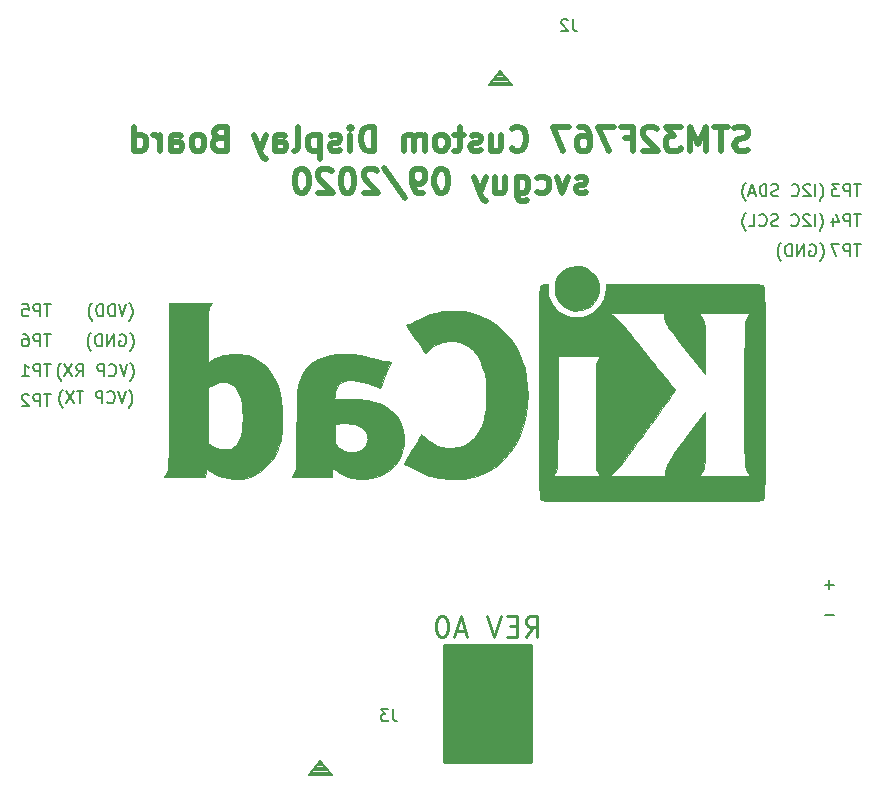
<source format=gbo>
%TF.GenerationSoftware,KiCad,Pcbnew,(5.1.6)-1*%
%TF.CreationDate,2020-09-25T10:07:23-05:00*%
%TF.ProjectId,customDisplay,63757374-6f6d-4446-9973-706c61792e6b,rev?*%
%TF.SameCoordinates,Original*%
%TF.FileFunction,Legend,Bot*%
%TF.FilePolarity,Positive*%
%FSLAX46Y46*%
G04 Gerber Fmt 4.6, Leading zero omitted, Abs format (unit mm)*
G04 Created by KiCad (PCBNEW (5.1.6)-1) date 2020-09-25 10:07:23*
%MOMM*%
%LPD*%
G01*
G04 APERTURE LIST*
%ADD10C,0.150000*%
%ADD11C,0.508000*%
%ADD12C,0.254000*%
%ADD13C,0.010000*%
%ADD14C,0.200000*%
G04 APERTURE END LIST*
D10*
X125999523Y-103449333D02*
X126047142Y-103401714D01*
X126142380Y-103258857D01*
X126190000Y-103163619D01*
X126237619Y-103020761D01*
X126285238Y-102782666D01*
X126285238Y-102592190D01*
X126237619Y-102354095D01*
X126190000Y-102211238D01*
X126142380Y-102116000D01*
X126047142Y-101973142D01*
X125999523Y-101925523D01*
X125761428Y-102068380D02*
X125428095Y-103068380D01*
X125094761Y-102068380D01*
X124190000Y-102973142D02*
X124237619Y-103020761D01*
X124380476Y-103068380D01*
X124475714Y-103068380D01*
X124618571Y-103020761D01*
X124713809Y-102925523D01*
X124761428Y-102830285D01*
X124809047Y-102639809D01*
X124809047Y-102496952D01*
X124761428Y-102306476D01*
X124713809Y-102211238D01*
X124618571Y-102116000D01*
X124475714Y-102068380D01*
X124380476Y-102068380D01*
X124237619Y-102116000D01*
X124190000Y-102163619D01*
X123761428Y-103068380D02*
X123761428Y-102068380D01*
X123380476Y-102068380D01*
X123285238Y-102116000D01*
X123237619Y-102163619D01*
X123190000Y-102258857D01*
X123190000Y-102401714D01*
X123237619Y-102496952D01*
X123285238Y-102544571D01*
X123380476Y-102592190D01*
X123761428Y-102592190D01*
X122142380Y-102068380D02*
X121570952Y-102068380D01*
X121856666Y-103068380D02*
X121856666Y-102068380D01*
X121332857Y-102068380D02*
X120666190Y-103068380D01*
X120666190Y-102068380D02*
X121332857Y-103068380D01*
X120380476Y-103449333D02*
X120332857Y-103401714D01*
X120237619Y-103258857D01*
X120190000Y-103163619D01*
X120142380Y-103020761D01*
X120094761Y-102782666D01*
X120094761Y-102592190D01*
X120142380Y-102354095D01*
X120190000Y-102211238D01*
X120237619Y-102116000D01*
X120332857Y-101973142D01*
X120380476Y-101925523D01*
X126118571Y-101163333D02*
X126166190Y-101115714D01*
X126261428Y-100972857D01*
X126309047Y-100877619D01*
X126356666Y-100734761D01*
X126404285Y-100496666D01*
X126404285Y-100306190D01*
X126356666Y-100068095D01*
X126309047Y-99925238D01*
X126261428Y-99830000D01*
X126166190Y-99687142D01*
X126118571Y-99639523D01*
X125880476Y-99782380D02*
X125547142Y-100782380D01*
X125213809Y-99782380D01*
X124309047Y-100687142D02*
X124356666Y-100734761D01*
X124499523Y-100782380D01*
X124594761Y-100782380D01*
X124737619Y-100734761D01*
X124832857Y-100639523D01*
X124880476Y-100544285D01*
X124928095Y-100353809D01*
X124928095Y-100210952D01*
X124880476Y-100020476D01*
X124832857Y-99925238D01*
X124737619Y-99830000D01*
X124594761Y-99782380D01*
X124499523Y-99782380D01*
X124356666Y-99830000D01*
X124309047Y-99877619D01*
X123880476Y-100782380D02*
X123880476Y-99782380D01*
X123499523Y-99782380D01*
X123404285Y-99830000D01*
X123356666Y-99877619D01*
X123309047Y-99972857D01*
X123309047Y-100115714D01*
X123356666Y-100210952D01*
X123404285Y-100258571D01*
X123499523Y-100306190D01*
X123880476Y-100306190D01*
X121547142Y-100782380D02*
X121880476Y-100306190D01*
X122118571Y-100782380D02*
X122118571Y-99782380D01*
X121737619Y-99782380D01*
X121642380Y-99830000D01*
X121594761Y-99877619D01*
X121547142Y-99972857D01*
X121547142Y-100115714D01*
X121594761Y-100210952D01*
X121642380Y-100258571D01*
X121737619Y-100306190D01*
X122118571Y-100306190D01*
X121213809Y-99782380D02*
X120547142Y-100782380D01*
X120547142Y-99782380D02*
X121213809Y-100782380D01*
X120261428Y-101163333D02*
X120213809Y-101115714D01*
X120118571Y-100972857D01*
X120070952Y-100877619D01*
X120023333Y-100734761D01*
X119975714Y-100496666D01*
X119975714Y-100306190D01*
X120023333Y-100068095D01*
X120070952Y-99925238D01*
X120118571Y-99830000D01*
X120213809Y-99687142D01*
X120261428Y-99639523D01*
X126126666Y-98623333D02*
X126174285Y-98575714D01*
X126269523Y-98432857D01*
X126317142Y-98337619D01*
X126364761Y-98194761D01*
X126412380Y-97956666D01*
X126412380Y-97766190D01*
X126364761Y-97528095D01*
X126317142Y-97385238D01*
X126269523Y-97290000D01*
X126174285Y-97147142D01*
X126126666Y-97099523D01*
X125221904Y-97290000D02*
X125317142Y-97242380D01*
X125460000Y-97242380D01*
X125602857Y-97290000D01*
X125698095Y-97385238D01*
X125745714Y-97480476D01*
X125793333Y-97670952D01*
X125793333Y-97813809D01*
X125745714Y-98004285D01*
X125698095Y-98099523D01*
X125602857Y-98194761D01*
X125460000Y-98242380D01*
X125364761Y-98242380D01*
X125221904Y-98194761D01*
X125174285Y-98147142D01*
X125174285Y-97813809D01*
X125364761Y-97813809D01*
X124745714Y-98242380D02*
X124745714Y-97242380D01*
X124174285Y-98242380D01*
X124174285Y-97242380D01*
X123698095Y-98242380D02*
X123698095Y-97242380D01*
X123460000Y-97242380D01*
X123317142Y-97290000D01*
X123221904Y-97385238D01*
X123174285Y-97480476D01*
X123126666Y-97670952D01*
X123126666Y-97813809D01*
X123174285Y-98004285D01*
X123221904Y-98099523D01*
X123317142Y-98194761D01*
X123460000Y-98242380D01*
X123698095Y-98242380D01*
X122793333Y-98623333D02*
X122745714Y-98575714D01*
X122650476Y-98432857D01*
X122602857Y-98337619D01*
X122555238Y-98194761D01*
X122507619Y-97956666D01*
X122507619Y-97766190D01*
X122555238Y-97528095D01*
X122602857Y-97385238D01*
X122650476Y-97290000D01*
X122745714Y-97147142D01*
X122793333Y-97099523D01*
X126031428Y-96083333D02*
X126079047Y-96035714D01*
X126174285Y-95892857D01*
X126221904Y-95797619D01*
X126269523Y-95654761D01*
X126317142Y-95416666D01*
X126317142Y-95226190D01*
X126269523Y-94988095D01*
X126221904Y-94845238D01*
X126174285Y-94750000D01*
X126079047Y-94607142D01*
X126031428Y-94559523D01*
X125793333Y-94702380D02*
X125460000Y-95702380D01*
X125126666Y-94702380D01*
X124793333Y-95702380D02*
X124793333Y-94702380D01*
X124555238Y-94702380D01*
X124412380Y-94750000D01*
X124317142Y-94845238D01*
X124269523Y-94940476D01*
X124221904Y-95130952D01*
X124221904Y-95273809D01*
X124269523Y-95464285D01*
X124317142Y-95559523D01*
X124412380Y-95654761D01*
X124555238Y-95702380D01*
X124793333Y-95702380D01*
X123793333Y-95702380D02*
X123793333Y-94702380D01*
X123555238Y-94702380D01*
X123412380Y-94750000D01*
X123317142Y-94845238D01*
X123269523Y-94940476D01*
X123221904Y-95130952D01*
X123221904Y-95273809D01*
X123269523Y-95464285D01*
X123317142Y-95559523D01*
X123412380Y-95654761D01*
X123555238Y-95702380D01*
X123793333Y-95702380D01*
X122888571Y-96083333D02*
X122840952Y-96035714D01*
X122745714Y-95892857D01*
X122698095Y-95797619D01*
X122650476Y-95654761D01*
X122602857Y-95416666D01*
X122602857Y-95226190D01*
X122650476Y-94988095D01*
X122698095Y-94845238D01*
X122745714Y-94750000D01*
X122840952Y-94607142D01*
X122888571Y-94559523D01*
X184546666Y-91003333D02*
X184594285Y-90955714D01*
X184689523Y-90812857D01*
X184737142Y-90717619D01*
X184784761Y-90574761D01*
X184832380Y-90336666D01*
X184832380Y-90146190D01*
X184784761Y-89908095D01*
X184737142Y-89765238D01*
X184689523Y-89670000D01*
X184594285Y-89527142D01*
X184546666Y-89479523D01*
X183641904Y-89670000D02*
X183737142Y-89622380D01*
X183880000Y-89622380D01*
X184022857Y-89670000D01*
X184118095Y-89765238D01*
X184165714Y-89860476D01*
X184213333Y-90050952D01*
X184213333Y-90193809D01*
X184165714Y-90384285D01*
X184118095Y-90479523D01*
X184022857Y-90574761D01*
X183880000Y-90622380D01*
X183784761Y-90622380D01*
X183641904Y-90574761D01*
X183594285Y-90527142D01*
X183594285Y-90193809D01*
X183784761Y-90193809D01*
X183165714Y-90622380D02*
X183165714Y-89622380D01*
X182594285Y-90622380D01*
X182594285Y-89622380D01*
X182118095Y-90622380D02*
X182118095Y-89622380D01*
X181880000Y-89622380D01*
X181737142Y-89670000D01*
X181641904Y-89765238D01*
X181594285Y-89860476D01*
X181546666Y-90050952D01*
X181546666Y-90193809D01*
X181594285Y-90384285D01*
X181641904Y-90479523D01*
X181737142Y-90574761D01*
X181880000Y-90622380D01*
X182118095Y-90622380D01*
X181213333Y-91003333D02*
X181165714Y-90955714D01*
X181070476Y-90812857D01*
X181022857Y-90717619D01*
X180975238Y-90574761D01*
X180927619Y-90336666D01*
X180927619Y-90146190D01*
X180975238Y-89908095D01*
X181022857Y-89765238D01*
X181070476Y-89670000D01*
X181165714Y-89527142D01*
X181213333Y-89479523D01*
X184498857Y-85923333D02*
X184546476Y-85875714D01*
X184641714Y-85732857D01*
X184689333Y-85637619D01*
X184736952Y-85494761D01*
X184784571Y-85256666D01*
X184784571Y-85066190D01*
X184736952Y-84828095D01*
X184689333Y-84685238D01*
X184641714Y-84590000D01*
X184546476Y-84447142D01*
X184498857Y-84399523D01*
X184117904Y-85542380D02*
X184117904Y-84542380D01*
X183689333Y-84637619D02*
X183641714Y-84590000D01*
X183546476Y-84542380D01*
X183308380Y-84542380D01*
X183213142Y-84590000D01*
X183165523Y-84637619D01*
X183117904Y-84732857D01*
X183117904Y-84828095D01*
X183165523Y-84970952D01*
X183736952Y-85542380D01*
X183117904Y-85542380D01*
X182117904Y-85447142D02*
X182165523Y-85494761D01*
X182308380Y-85542380D01*
X182403619Y-85542380D01*
X182546476Y-85494761D01*
X182641714Y-85399523D01*
X182689333Y-85304285D01*
X182736952Y-85113809D01*
X182736952Y-84970952D01*
X182689333Y-84780476D01*
X182641714Y-84685238D01*
X182546476Y-84590000D01*
X182403619Y-84542380D01*
X182308380Y-84542380D01*
X182165523Y-84590000D01*
X182117904Y-84637619D01*
X180975047Y-85494761D02*
X180832190Y-85542380D01*
X180594095Y-85542380D01*
X180498857Y-85494761D01*
X180451238Y-85447142D01*
X180403619Y-85351904D01*
X180403619Y-85256666D01*
X180451238Y-85161428D01*
X180498857Y-85113809D01*
X180594095Y-85066190D01*
X180784571Y-85018571D01*
X180879809Y-84970952D01*
X180927428Y-84923333D01*
X180975047Y-84828095D01*
X180975047Y-84732857D01*
X180927428Y-84637619D01*
X180879809Y-84590000D01*
X180784571Y-84542380D01*
X180546476Y-84542380D01*
X180403619Y-84590000D01*
X179975047Y-85542380D02*
X179975047Y-84542380D01*
X179736952Y-84542380D01*
X179594095Y-84590000D01*
X179498857Y-84685238D01*
X179451238Y-84780476D01*
X179403619Y-84970952D01*
X179403619Y-85113809D01*
X179451238Y-85304285D01*
X179498857Y-85399523D01*
X179594095Y-85494761D01*
X179736952Y-85542380D01*
X179975047Y-85542380D01*
X179022666Y-85256666D02*
X178546476Y-85256666D01*
X179117904Y-85542380D02*
X178784571Y-84542380D01*
X178451238Y-85542380D01*
X178213142Y-85923333D02*
X178165523Y-85875714D01*
X178070285Y-85732857D01*
X178022666Y-85637619D01*
X177975047Y-85494761D01*
X177927428Y-85256666D01*
X177927428Y-85066190D01*
X177975047Y-84828095D01*
X178022666Y-84685238D01*
X178070285Y-84590000D01*
X178165523Y-84447142D01*
X178213142Y-84399523D01*
X184475047Y-88463333D02*
X184522666Y-88415714D01*
X184617904Y-88272857D01*
X184665523Y-88177619D01*
X184713142Y-88034761D01*
X184760761Y-87796666D01*
X184760761Y-87606190D01*
X184713142Y-87368095D01*
X184665523Y-87225238D01*
X184617904Y-87130000D01*
X184522666Y-86987142D01*
X184475047Y-86939523D01*
X184094095Y-88082380D02*
X184094095Y-87082380D01*
X183665523Y-87177619D02*
X183617904Y-87130000D01*
X183522666Y-87082380D01*
X183284571Y-87082380D01*
X183189333Y-87130000D01*
X183141714Y-87177619D01*
X183094095Y-87272857D01*
X183094095Y-87368095D01*
X183141714Y-87510952D01*
X183713142Y-88082380D01*
X183094095Y-88082380D01*
X182094095Y-87987142D02*
X182141714Y-88034761D01*
X182284571Y-88082380D01*
X182379809Y-88082380D01*
X182522666Y-88034761D01*
X182617904Y-87939523D01*
X182665523Y-87844285D01*
X182713142Y-87653809D01*
X182713142Y-87510952D01*
X182665523Y-87320476D01*
X182617904Y-87225238D01*
X182522666Y-87130000D01*
X182379809Y-87082380D01*
X182284571Y-87082380D01*
X182141714Y-87130000D01*
X182094095Y-87177619D01*
X180951238Y-88034761D02*
X180808380Y-88082380D01*
X180570285Y-88082380D01*
X180475047Y-88034761D01*
X180427428Y-87987142D01*
X180379809Y-87891904D01*
X180379809Y-87796666D01*
X180427428Y-87701428D01*
X180475047Y-87653809D01*
X180570285Y-87606190D01*
X180760761Y-87558571D01*
X180856000Y-87510952D01*
X180903619Y-87463333D01*
X180951238Y-87368095D01*
X180951238Y-87272857D01*
X180903619Y-87177619D01*
X180856000Y-87130000D01*
X180760761Y-87082380D01*
X180522666Y-87082380D01*
X180379809Y-87130000D01*
X179379809Y-87987142D02*
X179427428Y-88034761D01*
X179570285Y-88082380D01*
X179665523Y-88082380D01*
X179808380Y-88034761D01*
X179903619Y-87939523D01*
X179951238Y-87844285D01*
X179998857Y-87653809D01*
X179998857Y-87510952D01*
X179951238Y-87320476D01*
X179903619Y-87225238D01*
X179808380Y-87130000D01*
X179665523Y-87082380D01*
X179570285Y-87082380D01*
X179427428Y-87130000D01*
X179379809Y-87177619D01*
X178475047Y-88082380D02*
X178951238Y-88082380D01*
X178951238Y-87082380D01*
X178236952Y-88463333D02*
X178189333Y-88415714D01*
X178094095Y-88272857D01*
X178046476Y-88177619D01*
X177998857Y-88034761D01*
X177951238Y-87796666D01*
X177951238Y-87606190D01*
X177998857Y-87368095D01*
X178046476Y-87225238D01*
X178094095Y-87130000D01*
X178189333Y-86987142D01*
X178236952Y-86939523D01*
X185673952Y-120975428D02*
X184912047Y-120975428D01*
X185673952Y-118435428D02*
X184912047Y-118435428D01*
X185293000Y-118816380D02*
X185293000Y-118054476D01*
D11*
X178428952Y-81594476D02*
X178138666Y-81691238D01*
X177654857Y-81691238D01*
X177461333Y-81594476D01*
X177364571Y-81497714D01*
X177267809Y-81304190D01*
X177267809Y-81110666D01*
X177364571Y-80917142D01*
X177461333Y-80820380D01*
X177654857Y-80723619D01*
X178041904Y-80626857D01*
X178235428Y-80530095D01*
X178332190Y-80433333D01*
X178428952Y-80239809D01*
X178428952Y-80046285D01*
X178332190Y-79852761D01*
X178235428Y-79756000D01*
X178041904Y-79659238D01*
X177558095Y-79659238D01*
X177267809Y-79756000D01*
X176687238Y-79659238D02*
X175526095Y-79659238D01*
X176106666Y-81691238D02*
X176106666Y-79659238D01*
X174848761Y-81691238D02*
X174848761Y-79659238D01*
X174171428Y-81110666D01*
X173494095Y-79659238D01*
X173494095Y-81691238D01*
X172720000Y-79659238D02*
X171462095Y-79659238D01*
X172139428Y-80433333D01*
X171849142Y-80433333D01*
X171655619Y-80530095D01*
X171558857Y-80626857D01*
X171462095Y-80820380D01*
X171462095Y-81304190D01*
X171558857Y-81497714D01*
X171655619Y-81594476D01*
X171849142Y-81691238D01*
X172429714Y-81691238D01*
X172623238Y-81594476D01*
X172720000Y-81497714D01*
X170688000Y-79852761D02*
X170591238Y-79756000D01*
X170397714Y-79659238D01*
X169913904Y-79659238D01*
X169720380Y-79756000D01*
X169623619Y-79852761D01*
X169526857Y-80046285D01*
X169526857Y-80239809D01*
X169623619Y-80530095D01*
X170784761Y-81691238D01*
X169526857Y-81691238D01*
X167978666Y-80626857D02*
X168656000Y-80626857D01*
X168656000Y-81691238D02*
X168656000Y-79659238D01*
X167688380Y-79659238D01*
X167107809Y-79659238D02*
X165753142Y-79659238D01*
X166624000Y-81691238D01*
X164108190Y-79659238D02*
X164495238Y-79659238D01*
X164688761Y-79756000D01*
X164785523Y-79852761D01*
X164979047Y-80143047D01*
X165075809Y-80530095D01*
X165075809Y-81304190D01*
X164979047Y-81497714D01*
X164882285Y-81594476D01*
X164688761Y-81691238D01*
X164301714Y-81691238D01*
X164108190Y-81594476D01*
X164011428Y-81497714D01*
X163914666Y-81304190D01*
X163914666Y-80820380D01*
X164011428Y-80626857D01*
X164108190Y-80530095D01*
X164301714Y-80433333D01*
X164688761Y-80433333D01*
X164882285Y-80530095D01*
X164979047Y-80626857D01*
X165075809Y-80820380D01*
X163237333Y-79659238D02*
X161882666Y-79659238D01*
X162753523Y-81691238D01*
X158399238Y-81497714D02*
X158496000Y-81594476D01*
X158786285Y-81691238D01*
X158979809Y-81691238D01*
X159270095Y-81594476D01*
X159463619Y-81400952D01*
X159560380Y-81207428D01*
X159657142Y-80820380D01*
X159657142Y-80530095D01*
X159560380Y-80143047D01*
X159463619Y-79949523D01*
X159270095Y-79756000D01*
X158979809Y-79659238D01*
X158786285Y-79659238D01*
X158496000Y-79756000D01*
X158399238Y-79852761D01*
X156657523Y-80336571D02*
X156657523Y-81691238D01*
X157528380Y-80336571D02*
X157528380Y-81400952D01*
X157431619Y-81594476D01*
X157238095Y-81691238D01*
X156947809Y-81691238D01*
X156754285Y-81594476D01*
X156657523Y-81497714D01*
X155786666Y-81594476D02*
X155593142Y-81691238D01*
X155206095Y-81691238D01*
X155012571Y-81594476D01*
X154915809Y-81400952D01*
X154915809Y-81304190D01*
X155012571Y-81110666D01*
X155206095Y-81013904D01*
X155496380Y-81013904D01*
X155689904Y-80917142D01*
X155786666Y-80723619D01*
X155786666Y-80626857D01*
X155689904Y-80433333D01*
X155496380Y-80336571D01*
X155206095Y-80336571D01*
X155012571Y-80433333D01*
X154335238Y-80336571D02*
X153561142Y-80336571D01*
X154044952Y-79659238D02*
X154044952Y-81400952D01*
X153948190Y-81594476D01*
X153754666Y-81691238D01*
X153561142Y-81691238D01*
X152593523Y-81691238D02*
X152787047Y-81594476D01*
X152883809Y-81497714D01*
X152980571Y-81304190D01*
X152980571Y-80723619D01*
X152883809Y-80530095D01*
X152787047Y-80433333D01*
X152593523Y-80336571D01*
X152303238Y-80336571D01*
X152109714Y-80433333D01*
X152012952Y-80530095D01*
X151916190Y-80723619D01*
X151916190Y-81304190D01*
X152012952Y-81497714D01*
X152109714Y-81594476D01*
X152303238Y-81691238D01*
X152593523Y-81691238D01*
X151045333Y-81691238D02*
X151045333Y-80336571D01*
X151045333Y-80530095D02*
X150948571Y-80433333D01*
X150755047Y-80336571D01*
X150464761Y-80336571D01*
X150271238Y-80433333D01*
X150174476Y-80626857D01*
X150174476Y-81691238D01*
X150174476Y-80626857D02*
X150077714Y-80433333D01*
X149884190Y-80336571D01*
X149593904Y-80336571D01*
X149400380Y-80433333D01*
X149303619Y-80626857D01*
X149303619Y-81691238D01*
X146787809Y-81691238D02*
X146787809Y-79659238D01*
X146304000Y-79659238D01*
X146013714Y-79756000D01*
X145820190Y-79949523D01*
X145723428Y-80143047D01*
X145626666Y-80530095D01*
X145626666Y-80820380D01*
X145723428Y-81207428D01*
X145820190Y-81400952D01*
X146013714Y-81594476D01*
X146304000Y-81691238D01*
X146787809Y-81691238D01*
X144755809Y-81691238D02*
X144755809Y-80336571D01*
X144755809Y-79659238D02*
X144852571Y-79756000D01*
X144755809Y-79852761D01*
X144659047Y-79756000D01*
X144755809Y-79659238D01*
X144755809Y-79852761D01*
X143884952Y-81594476D02*
X143691428Y-81691238D01*
X143304380Y-81691238D01*
X143110857Y-81594476D01*
X143014095Y-81400952D01*
X143014095Y-81304190D01*
X143110857Y-81110666D01*
X143304380Y-81013904D01*
X143594666Y-81013904D01*
X143788190Y-80917142D01*
X143884952Y-80723619D01*
X143884952Y-80626857D01*
X143788190Y-80433333D01*
X143594666Y-80336571D01*
X143304380Y-80336571D01*
X143110857Y-80433333D01*
X142143238Y-80336571D02*
X142143238Y-82368571D01*
X142143238Y-80433333D02*
X141949714Y-80336571D01*
X141562666Y-80336571D01*
X141369142Y-80433333D01*
X141272380Y-80530095D01*
X141175619Y-80723619D01*
X141175619Y-81304190D01*
X141272380Y-81497714D01*
X141369142Y-81594476D01*
X141562666Y-81691238D01*
X141949714Y-81691238D01*
X142143238Y-81594476D01*
X140014476Y-81691238D02*
X140208000Y-81594476D01*
X140304761Y-81400952D01*
X140304761Y-79659238D01*
X138369523Y-81691238D02*
X138369523Y-80626857D01*
X138466285Y-80433333D01*
X138659809Y-80336571D01*
X139046857Y-80336571D01*
X139240380Y-80433333D01*
X138369523Y-81594476D02*
X138563047Y-81691238D01*
X139046857Y-81691238D01*
X139240380Y-81594476D01*
X139337142Y-81400952D01*
X139337142Y-81207428D01*
X139240380Y-81013904D01*
X139046857Y-80917142D01*
X138563047Y-80917142D01*
X138369523Y-80820380D01*
X137595428Y-80336571D02*
X137111619Y-81691238D01*
X136627809Y-80336571D02*
X137111619Y-81691238D01*
X137305142Y-82175047D01*
X137401904Y-82271809D01*
X137595428Y-82368571D01*
X133628190Y-80626857D02*
X133337904Y-80723619D01*
X133241142Y-80820380D01*
X133144380Y-81013904D01*
X133144380Y-81304190D01*
X133241142Y-81497714D01*
X133337904Y-81594476D01*
X133531428Y-81691238D01*
X134305523Y-81691238D01*
X134305523Y-79659238D01*
X133628190Y-79659238D01*
X133434666Y-79756000D01*
X133337904Y-79852761D01*
X133241142Y-80046285D01*
X133241142Y-80239809D01*
X133337904Y-80433333D01*
X133434666Y-80530095D01*
X133628190Y-80626857D01*
X134305523Y-80626857D01*
X131983238Y-81691238D02*
X132176761Y-81594476D01*
X132273523Y-81497714D01*
X132370285Y-81304190D01*
X132370285Y-80723619D01*
X132273523Y-80530095D01*
X132176761Y-80433333D01*
X131983238Y-80336571D01*
X131692952Y-80336571D01*
X131499428Y-80433333D01*
X131402666Y-80530095D01*
X131305904Y-80723619D01*
X131305904Y-81304190D01*
X131402666Y-81497714D01*
X131499428Y-81594476D01*
X131692952Y-81691238D01*
X131983238Y-81691238D01*
X129564190Y-81691238D02*
X129564190Y-80626857D01*
X129660952Y-80433333D01*
X129854476Y-80336571D01*
X130241523Y-80336571D01*
X130435047Y-80433333D01*
X129564190Y-81594476D02*
X129757714Y-81691238D01*
X130241523Y-81691238D01*
X130435047Y-81594476D01*
X130531809Y-81400952D01*
X130531809Y-81207428D01*
X130435047Y-81013904D01*
X130241523Y-80917142D01*
X129757714Y-80917142D01*
X129564190Y-80820380D01*
X128596571Y-81691238D02*
X128596571Y-80336571D01*
X128596571Y-80723619D02*
X128499809Y-80530095D01*
X128403047Y-80433333D01*
X128209523Y-80336571D01*
X128016000Y-80336571D01*
X126467809Y-81691238D02*
X126467809Y-79659238D01*
X126467809Y-81594476D02*
X126661333Y-81691238D01*
X127048380Y-81691238D01*
X127241904Y-81594476D01*
X127338666Y-81497714D01*
X127435428Y-81304190D01*
X127435428Y-80723619D01*
X127338666Y-80530095D01*
X127241904Y-80433333D01*
X127048380Y-80336571D01*
X126661333Y-80336571D01*
X126467809Y-80433333D01*
X164737142Y-85150476D02*
X164543619Y-85247238D01*
X164156571Y-85247238D01*
X163963047Y-85150476D01*
X163866285Y-84956952D01*
X163866285Y-84860190D01*
X163963047Y-84666666D01*
X164156571Y-84569904D01*
X164446857Y-84569904D01*
X164640380Y-84473142D01*
X164737142Y-84279619D01*
X164737142Y-84182857D01*
X164640380Y-83989333D01*
X164446857Y-83892571D01*
X164156571Y-83892571D01*
X163963047Y-83989333D01*
X163188952Y-83892571D02*
X162705142Y-85247238D01*
X162221333Y-83892571D01*
X160576380Y-85150476D02*
X160769904Y-85247238D01*
X161156952Y-85247238D01*
X161350476Y-85150476D01*
X161447238Y-85053714D01*
X161544000Y-84860190D01*
X161544000Y-84279619D01*
X161447238Y-84086095D01*
X161350476Y-83989333D01*
X161156952Y-83892571D01*
X160769904Y-83892571D01*
X160576380Y-83989333D01*
X158834666Y-83892571D02*
X158834666Y-85537523D01*
X158931428Y-85731047D01*
X159028190Y-85827809D01*
X159221714Y-85924571D01*
X159512000Y-85924571D01*
X159705523Y-85827809D01*
X158834666Y-85150476D02*
X159028190Y-85247238D01*
X159415238Y-85247238D01*
X159608761Y-85150476D01*
X159705523Y-85053714D01*
X159802285Y-84860190D01*
X159802285Y-84279619D01*
X159705523Y-84086095D01*
X159608761Y-83989333D01*
X159415238Y-83892571D01*
X159028190Y-83892571D01*
X158834666Y-83989333D01*
X156996190Y-83892571D02*
X156996190Y-85247238D01*
X157867047Y-83892571D02*
X157867047Y-84956952D01*
X157770285Y-85150476D01*
X157576761Y-85247238D01*
X157286476Y-85247238D01*
X157092952Y-85150476D01*
X156996190Y-85053714D01*
X156222095Y-83892571D02*
X155738285Y-85247238D01*
X155254476Y-83892571D02*
X155738285Y-85247238D01*
X155931809Y-85731047D01*
X156028571Y-85827809D01*
X156222095Y-85924571D01*
X152545142Y-83215238D02*
X152351619Y-83215238D01*
X152158095Y-83312000D01*
X152061333Y-83408761D01*
X151964571Y-83602285D01*
X151867809Y-83989333D01*
X151867809Y-84473142D01*
X151964571Y-84860190D01*
X152061333Y-85053714D01*
X152158095Y-85150476D01*
X152351619Y-85247238D01*
X152545142Y-85247238D01*
X152738666Y-85150476D01*
X152835428Y-85053714D01*
X152932190Y-84860190D01*
X153028952Y-84473142D01*
X153028952Y-83989333D01*
X152932190Y-83602285D01*
X152835428Y-83408761D01*
X152738666Y-83312000D01*
X152545142Y-83215238D01*
X150900190Y-85247238D02*
X150513142Y-85247238D01*
X150319619Y-85150476D01*
X150222857Y-85053714D01*
X150029333Y-84763428D01*
X149932571Y-84376380D01*
X149932571Y-83602285D01*
X150029333Y-83408761D01*
X150126095Y-83312000D01*
X150319619Y-83215238D01*
X150706666Y-83215238D01*
X150900190Y-83312000D01*
X150996952Y-83408761D01*
X151093714Y-83602285D01*
X151093714Y-84086095D01*
X150996952Y-84279619D01*
X150900190Y-84376380D01*
X150706666Y-84473142D01*
X150319619Y-84473142D01*
X150126095Y-84376380D01*
X150029333Y-84279619D01*
X149932571Y-84086095D01*
X147610285Y-83118476D02*
X149352000Y-85731047D01*
X147029714Y-83408761D02*
X146932952Y-83312000D01*
X146739428Y-83215238D01*
X146255619Y-83215238D01*
X146062095Y-83312000D01*
X145965333Y-83408761D01*
X145868571Y-83602285D01*
X145868571Y-83795809D01*
X145965333Y-84086095D01*
X147126476Y-85247238D01*
X145868571Y-85247238D01*
X144610666Y-83215238D02*
X144417142Y-83215238D01*
X144223619Y-83312000D01*
X144126857Y-83408761D01*
X144030095Y-83602285D01*
X143933333Y-83989333D01*
X143933333Y-84473142D01*
X144030095Y-84860190D01*
X144126857Y-85053714D01*
X144223619Y-85150476D01*
X144417142Y-85247238D01*
X144610666Y-85247238D01*
X144804190Y-85150476D01*
X144900952Y-85053714D01*
X144997714Y-84860190D01*
X145094476Y-84473142D01*
X145094476Y-83989333D01*
X144997714Y-83602285D01*
X144900952Y-83408761D01*
X144804190Y-83312000D01*
X144610666Y-83215238D01*
X143159238Y-83408761D02*
X143062476Y-83312000D01*
X142868952Y-83215238D01*
X142385142Y-83215238D01*
X142191619Y-83312000D01*
X142094857Y-83408761D01*
X141998095Y-83602285D01*
X141998095Y-83795809D01*
X142094857Y-84086095D01*
X143256000Y-85247238D01*
X141998095Y-85247238D01*
X140740190Y-83215238D02*
X140546666Y-83215238D01*
X140353142Y-83312000D01*
X140256380Y-83408761D01*
X140159619Y-83602285D01*
X140062857Y-83989333D01*
X140062857Y-84473142D01*
X140159619Y-84860190D01*
X140256380Y-85053714D01*
X140353142Y-85150476D01*
X140546666Y-85247238D01*
X140740190Y-85247238D01*
X140933714Y-85150476D01*
X141030476Y-85053714D01*
X141127238Y-84860190D01*
X141224000Y-84473142D01*
X141224000Y-83989333D01*
X141127238Y-83602285D01*
X141030476Y-83408761D01*
X140933714Y-83312000D01*
X140740190Y-83215238D01*
D12*
X159591828Y-122839842D02*
X160176028Y-122005271D01*
X160593314Y-122839842D02*
X160593314Y-121087242D01*
X159925657Y-121087242D01*
X159758742Y-121170700D01*
X159675285Y-121254157D01*
X159591828Y-121421071D01*
X159591828Y-121671442D01*
X159675285Y-121838357D01*
X159758742Y-121921814D01*
X159925657Y-122005271D01*
X160593314Y-122005271D01*
X158840714Y-121921814D02*
X158256514Y-121921814D01*
X158006142Y-122839842D02*
X158840714Y-122839842D01*
X158840714Y-121087242D01*
X158006142Y-121087242D01*
X157505400Y-121087242D02*
X156921200Y-122839842D01*
X156337000Y-121087242D01*
X154500942Y-122339100D02*
X153666371Y-122339100D01*
X154667857Y-122839842D02*
X154083657Y-121087242D01*
X153499457Y-122839842D01*
X152581428Y-121087242D02*
X152414514Y-121087242D01*
X152247600Y-121170700D01*
X152164142Y-121254157D01*
X152080685Y-121421071D01*
X151997228Y-121754900D01*
X151997228Y-122172185D01*
X152080685Y-122506014D01*
X152164142Y-122672928D01*
X152247600Y-122756385D01*
X152414514Y-122839842D01*
X152581428Y-122839842D01*
X152748342Y-122756385D01*
X152831800Y-122672928D01*
X152915257Y-122506014D01*
X152998714Y-122172185D01*
X152998714Y-121754900D01*
X152915257Y-121421071D01*
X152831800Y-121254157D01*
X152748342Y-121170700D01*
X152581428Y-121087242D01*
D13*
%TO.C,REF\u002A\u002A*%
G36*
X174177743Y-92970236D02*
G01*
X173300739Y-92970354D01*
X172892505Y-92970372D01*
X166358165Y-92970372D01*
X166358165Y-93355556D01*
X166317053Y-93824293D01*
X166192973Y-94256598D01*
X165984810Y-94655040D01*
X165691450Y-95022189D01*
X165592197Y-95121349D01*
X165235159Y-95402618D01*
X164841482Y-95607754D01*
X164422861Y-95736850D01*
X163990988Y-95789999D01*
X163557555Y-95767294D01*
X163134255Y-95668828D01*
X162732781Y-95494696D01*
X162364826Y-95244988D01*
X162199572Y-95094335D01*
X161891622Y-94724960D01*
X161665806Y-94318769D01*
X161524094Y-93880404D01*
X161468453Y-93414510D01*
X161467714Y-93368677D01*
X161464796Y-92970387D01*
X161289741Y-92970380D01*
X161134450Y-92991455D01*
X160992593Y-93042734D01*
X160983218Y-93048032D01*
X160951179Y-93064656D01*
X160921757Y-93077603D01*
X160894847Y-93090644D01*
X160870342Y-93107550D01*
X160848135Y-93132092D01*
X160828120Y-93168041D01*
X160810192Y-93219169D01*
X160794243Y-93289245D01*
X160780168Y-93382043D01*
X160767859Y-93501332D01*
X160757212Y-93650884D01*
X160748118Y-93834469D01*
X160740473Y-94055860D01*
X160734169Y-94318827D01*
X160729100Y-94627141D01*
X160725161Y-94984573D01*
X160722244Y-95394895D01*
X160720244Y-95861878D01*
X160719054Y-96389292D01*
X160718567Y-96980909D01*
X160718678Y-97640501D01*
X160719279Y-98371837D01*
X160720266Y-99178689D01*
X160721531Y-100064829D01*
X160722968Y-101034028D01*
X160724470Y-102090056D01*
X160724645Y-102218715D01*
X160725992Y-103281478D01*
X160727135Y-104256971D01*
X160728195Y-105148964D01*
X160729294Y-105961226D01*
X160730551Y-106697528D01*
X160732088Y-107361637D01*
X160734027Y-107957324D01*
X160736488Y-108488359D01*
X160739592Y-108958509D01*
X160743460Y-109371546D01*
X160748214Y-109731238D01*
X160753975Y-110041355D01*
X160760863Y-110305666D01*
X160769000Y-110527940D01*
X160778506Y-110711948D01*
X160789503Y-110861458D01*
X160802112Y-110980240D01*
X160816454Y-111072063D01*
X160832650Y-111140696D01*
X160850821Y-111189910D01*
X160871088Y-111223474D01*
X160893572Y-111245156D01*
X160918394Y-111258726D01*
X160945676Y-111267955D01*
X160975538Y-111276610D01*
X161008101Y-111288462D01*
X161016056Y-111292070D01*
X161041057Y-111300177D01*
X161082901Y-111307626D01*
X161145243Y-111314443D01*
X161231736Y-111320655D01*
X161346033Y-111326288D01*
X161491788Y-111331368D01*
X161672656Y-111335923D01*
X161892290Y-111339979D01*
X162154343Y-111343561D01*
X162462469Y-111346698D01*
X162820322Y-111349415D01*
X163231556Y-111351739D01*
X163699824Y-111353696D01*
X164228780Y-111355312D01*
X164822077Y-111356616D01*
X165483370Y-111357632D01*
X166216313Y-111358387D01*
X167024558Y-111358909D01*
X167911760Y-111359223D01*
X168881571Y-111359355D01*
X169937647Y-111359334D01*
X170279740Y-111359300D01*
X171359244Y-111359127D01*
X172351407Y-111358844D01*
X173259925Y-111358421D01*
X174088495Y-111357831D01*
X174840816Y-111357044D01*
X175520585Y-111356031D01*
X176131499Y-111354763D01*
X176677256Y-111353212D01*
X177161552Y-111351349D01*
X177588086Y-111349144D01*
X177960555Y-111346569D01*
X178282656Y-111343595D01*
X178558087Y-111340193D01*
X178790545Y-111336334D01*
X178983728Y-111331990D01*
X179141332Y-111327130D01*
X179267056Y-111321727D01*
X179364597Y-111315752D01*
X179437652Y-111309176D01*
X179489919Y-111301969D01*
X179525095Y-111294103D01*
X179544271Y-111286900D01*
X179578352Y-111272527D01*
X179609645Y-111261928D01*
X179638267Y-111251339D01*
X179664337Y-111236995D01*
X179687974Y-111215133D01*
X179709295Y-111181989D01*
X179728420Y-111133799D01*
X179745467Y-111066798D01*
X179760554Y-110977222D01*
X179773800Y-110861308D01*
X179785323Y-110715290D01*
X179795242Y-110535407D01*
X179803675Y-110317892D01*
X179810741Y-110058982D01*
X179816558Y-109754913D01*
X179821245Y-109401921D01*
X179822472Y-109266430D01*
X178607601Y-109266430D01*
X174313645Y-109266430D01*
X174396268Y-109141251D01*
X174478462Y-109012613D01*
X174548066Y-108890116D01*
X174606068Y-108765187D01*
X174653461Y-108629255D01*
X174691233Y-108473746D01*
X174720375Y-108290088D01*
X174741876Y-108069708D01*
X174756728Y-107804033D01*
X174765919Y-107484492D01*
X174770440Y-107102512D01*
X174771281Y-106649519D01*
X174769432Y-106116943D01*
X174768383Y-105919220D01*
X174756552Y-103799539D01*
X173413721Y-105627684D01*
X173033299Y-106146306D01*
X172703709Y-106597905D01*
X172421391Y-106988464D01*
X172182789Y-107323967D01*
X171984341Y-107610395D01*
X171822491Y-107853733D01*
X171693678Y-108059964D01*
X171594344Y-108235069D01*
X171520931Y-108385033D01*
X171469879Y-108515838D01*
X171437630Y-108633467D01*
X171420625Y-108743903D01*
X171415305Y-108853129D01*
X171418112Y-108967128D01*
X171418828Y-108981457D01*
X171433613Y-109266621D01*
X169080727Y-109266525D01*
X166727841Y-109266430D01*
X167077860Y-108913499D01*
X167172840Y-108816970D01*
X167262943Y-108723042D01*
X167352126Y-108626537D01*
X167444340Y-108522274D01*
X167543542Y-108405072D01*
X167653685Y-108269752D01*
X167778723Y-108111134D01*
X167922612Y-107924038D01*
X168089304Y-107703283D01*
X168282756Y-107443689D01*
X168506920Y-107140077D01*
X168765751Y-106787266D01*
X169063204Y-106380077D01*
X169403232Y-105913328D01*
X169789791Y-105381841D01*
X170106636Y-104945866D01*
X170504287Y-104398153D01*
X170851180Y-103919262D01*
X171150457Y-103504645D01*
X171405261Y-103149756D01*
X171618734Y-102850049D01*
X171794019Y-102600977D01*
X171934259Y-102397993D01*
X172042595Y-102236551D01*
X172122171Y-102112104D01*
X172176128Y-102020105D01*
X172207610Y-101956007D01*
X172219759Y-101915264D01*
X172216107Y-101893844D01*
X172171855Y-101836840D01*
X172076180Y-101716180D01*
X171934855Y-101539034D01*
X171753653Y-101312575D01*
X171538346Y-101043974D01*
X171294709Y-100740404D01*
X171028514Y-100409037D01*
X170745534Y-100057045D01*
X170451542Y-99691599D01*
X170152311Y-99319872D01*
X169987725Y-99115534D01*
X165901246Y-99115534D01*
X165561570Y-99730050D01*
X165561570Y-108651914D01*
X165901246Y-109266430D01*
X163892185Y-109266430D01*
X163412568Y-109266290D01*
X163016411Y-109265661D01*
X162696136Y-109264225D01*
X162444163Y-109261666D01*
X162252914Y-109257667D01*
X162114809Y-109251911D01*
X162022269Y-109244081D01*
X161967716Y-109233862D01*
X161943571Y-109220935D01*
X161942254Y-109204985D01*
X161956188Y-109185695D01*
X161956332Y-109185536D01*
X162013726Y-109102512D01*
X162089728Y-108967517D01*
X162156846Y-108832758D01*
X162284151Y-108560874D01*
X162297135Y-103838204D01*
X162310118Y-99115534D01*
X165901246Y-99115534D01*
X169987725Y-99115534D01*
X169853615Y-98949035D01*
X169561226Y-98586261D01*
X169280916Y-98238722D01*
X169018461Y-97913589D01*
X168779631Y-97618035D01*
X168570201Y-97359231D01*
X168395943Y-97144350D01*
X168262631Y-96980563D01*
X168184329Y-96885068D01*
X167880272Y-96527967D01*
X167587753Y-96205717D01*
X167317026Y-95928866D01*
X167078341Y-95707966D01*
X166908952Y-95572535D01*
X166708664Y-95428437D01*
X171315066Y-95428437D01*
X171313773Y-95698744D01*
X171326647Y-95897471D01*
X171375047Y-96081711D01*
X171449970Y-96256360D01*
X171498673Y-96355026D01*
X171551038Y-96452791D01*
X171611847Y-96556144D01*
X171685885Y-96671576D01*
X171777935Y-96805576D01*
X171892781Y-96964636D01*
X172035205Y-97155244D01*
X172209992Y-97383892D01*
X172421925Y-97657070D01*
X172675788Y-97981267D01*
X172976364Y-98362974D01*
X173328436Y-98808681D01*
X173368201Y-98858972D01*
X174756552Y-100614658D01*
X174769993Y-98670203D01*
X174772699Y-98087782D01*
X174772123Y-97594717D01*
X174768236Y-97189383D01*
X174761011Y-96870154D01*
X174750418Y-96635406D01*
X174736431Y-96483513D01*
X174731730Y-96454700D01*
X174657973Y-96151195D01*
X174561336Y-95877584D01*
X174451061Y-95657590D01*
X174384812Y-95564286D01*
X174270503Y-95428437D01*
X176439422Y-95428437D01*
X176956808Y-95428879D01*
X177389462Y-95430319D01*
X177743689Y-95432924D01*
X178025794Y-95436862D01*
X178242080Y-95442301D01*
X178398851Y-95449409D01*
X178502413Y-95458354D01*
X178559069Y-95469305D01*
X178575123Y-95482430D01*
X178574013Y-95485337D01*
X178528034Y-95554739D01*
X178451273Y-95664747D01*
X178411559Y-95720384D01*
X178370498Y-95775906D01*
X178333592Y-95825557D01*
X178300606Y-95874222D01*
X178271309Y-95926789D01*
X178245468Y-95988144D01*
X178222851Y-96063172D01*
X178203226Y-96156759D01*
X178186360Y-96273792D01*
X178172021Y-96419157D01*
X178159976Y-96597739D01*
X178149993Y-96814425D01*
X178141840Y-97074102D01*
X178135285Y-97381654D01*
X178130094Y-97741969D01*
X178126036Y-98159932D01*
X178122879Y-98640430D01*
X178120389Y-99188348D01*
X178118335Y-99808572D01*
X178116483Y-100505989D01*
X178114603Y-101285486D01*
X178112846Y-102001590D01*
X178111186Y-102799921D01*
X178110324Y-103561604D01*
X178110235Y-104281773D01*
X178110896Y-104955563D01*
X178112286Y-105578108D01*
X178114381Y-106144544D01*
X178117157Y-106650006D01*
X178120593Y-107089628D01*
X178124665Y-107458545D01*
X178129350Y-107751892D01*
X178134626Y-107964804D01*
X178140469Y-108092416D01*
X178141575Y-108105902D01*
X178181841Y-108415280D01*
X178244706Y-108663744D01*
X178340439Y-108880584D01*
X178479314Y-109095087D01*
X178496685Y-109118491D01*
X178607601Y-109266430D01*
X179822472Y-109266430D01*
X179824920Y-108996242D01*
X179827701Y-108534111D01*
X179829707Y-108011765D01*
X179831057Y-107425440D01*
X179831869Y-106771371D01*
X179832260Y-106045795D01*
X179832351Y-105244947D01*
X179832260Y-104365063D01*
X179832104Y-103402379D01*
X179832003Y-102353132D01*
X179832000Y-102144835D01*
X179831941Y-101084537D01*
X179831744Y-100111542D01*
X179831380Y-99222113D01*
X179830820Y-98412515D01*
X179830036Y-97679009D01*
X179828997Y-97017860D01*
X179827676Y-96425332D01*
X179826043Y-95897687D01*
X179824069Y-95431189D01*
X179821726Y-95022102D01*
X179818984Y-94666689D01*
X179815814Y-94361214D01*
X179812187Y-94101940D01*
X179808075Y-93885130D01*
X179803448Y-93707049D01*
X179798278Y-93563959D01*
X179792535Y-93452124D01*
X179786191Y-93367807D01*
X179779216Y-93307273D01*
X179771581Y-93266784D01*
X179763258Y-93242604D01*
X179762950Y-93242001D01*
X179745807Y-93205062D01*
X179731529Y-93171620D01*
X179715735Y-93141502D01*
X179694042Y-93114534D01*
X179662072Y-93090543D01*
X179615442Y-93069356D01*
X179549771Y-93050800D01*
X179460679Y-93034701D01*
X179343784Y-93020886D01*
X179194706Y-93009183D01*
X179009062Y-92999417D01*
X178782473Y-92991416D01*
X178510558Y-92985006D01*
X178188934Y-92980015D01*
X177813222Y-92976269D01*
X177379039Y-92973594D01*
X176882006Y-92971818D01*
X176317741Y-92970767D01*
X175681862Y-92970269D01*
X174969990Y-92970149D01*
X174177743Y-92970236D01*
G37*
X174177743Y-92970236D02*
X173300739Y-92970354D01*
X172892505Y-92970372D01*
X166358165Y-92970372D01*
X166358165Y-93355556D01*
X166317053Y-93824293D01*
X166192973Y-94256598D01*
X165984810Y-94655040D01*
X165691450Y-95022189D01*
X165592197Y-95121349D01*
X165235159Y-95402618D01*
X164841482Y-95607754D01*
X164422861Y-95736850D01*
X163990988Y-95789999D01*
X163557555Y-95767294D01*
X163134255Y-95668828D01*
X162732781Y-95494696D01*
X162364826Y-95244988D01*
X162199572Y-95094335D01*
X161891622Y-94724960D01*
X161665806Y-94318769D01*
X161524094Y-93880404D01*
X161468453Y-93414510D01*
X161467714Y-93368677D01*
X161464796Y-92970387D01*
X161289741Y-92970380D01*
X161134450Y-92991455D01*
X160992593Y-93042734D01*
X160983218Y-93048032D01*
X160951179Y-93064656D01*
X160921757Y-93077603D01*
X160894847Y-93090644D01*
X160870342Y-93107550D01*
X160848135Y-93132092D01*
X160828120Y-93168041D01*
X160810192Y-93219169D01*
X160794243Y-93289245D01*
X160780168Y-93382043D01*
X160767859Y-93501332D01*
X160757212Y-93650884D01*
X160748118Y-93834469D01*
X160740473Y-94055860D01*
X160734169Y-94318827D01*
X160729100Y-94627141D01*
X160725161Y-94984573D01*
X160722244Y-95394895D01*
X160720244Y-95861878D01*
X160719054Y-96389292D01*
X160718567Y-96980909D01*
X160718678Y-97640501D01*
X160719279Y-98371837D01*
X160720266Y-99178689D01*
X160721531Y-100064829D01*
X160722968Y-101034028D01*
X160724470Y-102090056D01*
X160724645Y-102218715D01*
X160725992Y-103281478D01*
X160727135Y-104256971D01*
X160728195Y-105148964D01*
X160729294Y-105961226D01*
X160730551Y-106697528D01*
X160732088Y-107361637D01*
X160734027Y-107957324D01*
X160736488Y-108488359D01*
X160739592Y-108958509D01*
X160743460Y-109371546D01*
X160748214Y-109731238D01*
X160753975Y-110041355D01*
X160760863Y-110305666D01*
X160769000Y-110527940D01*
X160778506Y-110711948D01*
X160789503Y-110861458D01*
X160802112Y-110980240D01*
X160816454Y-111072063D01*
X160832650Y-111140696D01*
X160850821Y-111189910D01*
X160871088Y-111223474D01*
X160893572Y-111245156D01*
X160918394Y-111258726D01*
X160945676Y-111267955D01*
X160975538Y-111276610D01*
X161008101Y-111288462D01*
X161016056Y-111292070D01*
X161041057Y-111300177D01*
X161082901Y-111307626D01*
X161145243Y-111314443D01*
X161231736Y-111320655D01*
X161346033Y-111326288D01*
X161491788Y-111331368D01*
X161672656Y-111335923D01*
X161892290Y-111339979D01*
X162154343Y-111343561D01*
X162462469Y-111346698D01*
X162820322Y-111349415D01*
X163231556Y-111351739D01*
X163699824Y-111353696D01*
X164228780Y-111355312D01*
X164822077Y-111356616D01*
X165483370Y-111357632D01*
X166216313Y-111358387D01*
X167024558Y-111358909D01*
X167911760Y-111359223D01*
X168881571Y-111359355D01*
X169937647Y-111359334D01*
X170279740Y-111359300D01*
X171359244Y-111359127D01*
X172351407Y-111358844D01*
X173259925Y-111358421D01*
X174088495Y-111357831D01*
X174840816Y-111357044D01*
X175520585Y-111356031D01*
X176131499Y-111354763D01*
X176677256Y-111353212D01*
X177161552Y-111351349D01*
X177588086Y-111349144D01*
X177960555Y-111346569D01*
X178282656Y-111343595D01*
X178558087Y-111340193D01*
X178790545Y-111336334D01*
X178983728Y-111331990D01*
X179141332Y-111327130D01*
X179267056Y-111321727D01*
X179364597Y-111315752D01*
X179437652Y-111309176D01*
X179489919Y-111301969D01*
X179525095Y-111294103D01*
X179544271Y-111286900D01*
X179578352Y-111272527D01*
X179609645Y-111261928D01*
X179638267Y-111251339D01*
X179664337Y-111236995D01*
X179687974Y-111215133D01*
X179709295Y-111181989D01*
X179728420Y-111133799D01*
X179745467Y-111066798D01*
X179760554Y-110977222D01*
X179773800Y-110861308D01*
X179785323Y-110715290D01*
X179795242Y-110535407D01*
X179803675Y-110317892D01*
X179810741Y-110058982D01*
X179816558Y-109754913D01*
X179821245Y-109401921D01*
X179822472Y-109266430D01*
X178607601Y-109266430D01*
X174313645Y-109266430D01*
X174396268Y-109141251D01*
X174478462Y-109012613D01*
X174548066Y-108890116D01*
X174606068Y-108765187D01*
X174653461Y-108629255D01*
X174691233Y-108473746D01*
X174720375Y-108290088D01*
X174741876Y-108069708D01*
X174756728Y-107804033D01*
X174765919Y-107484492D01*
X174770440Y-107102512D01*
X174771281Y-106649519D01*
X174769432Y-106116943D01*
X174768383Y-105919220D01*
X174756552Y-103799539D01*
X173413721Y-105627684D01*
X173033299Y-106146306D01*
X172703709Y-106597905D01*
X172421391Y-106988464D01*
X172182789Y-107323967D01*
X171984341Y-107610395D01*
X171822491Y-107853733D01*
X171693678Y-108059964D01*
X171594344Y-108235069D01*
X171520931Y-108385033D01*
X171469879Y-108515838D01*
X171437630Y-108633467D01*
X171420625Y-108743903D01*
X171415305Y-108853129D01*
X171418112Y-108967128D01*
X171418828Y-108981457D01*
X171433613Y-109266621D01*
X169080727Y-109266525D01*
X166727841Y-109266430D01*
X167077860Y-108913499D01*
X167172840Y-108816970D01*
X167262943Y-108723042D01*
X167352126Y-108626537D01*
X167444340Y-108522274D01*
X167543542Y-108405072D01*
X167653685Y-108269752D01*
X167778723Y-108111134D01*
X167922612Y-107924038D01*
X168089304Y-107703283D01*
X168282756Y-107443689D01*
X168506920Y-107140077D01*
X168765751Y-106787266D01*
X169063204Y-106380077D01*
X169403232Y-105913328D01*
X169789791Y-105381841D01*
X170106636Y-104945866D01*
X170504287Y-104398153D01*
X170851180Y-103919262D01*
X171150457Y-103504645D01*
X171405261Y-103149756D01*
X171618734Y-102850049D01*
X171794019Y-102600977D01*
X171934259Y-102397993D01*
X172042595Y-102236551D01*
X172122171Y-102112104D01*
X172176128Y-102020105D01*
X172207610Y-101956007D01*
X172219759Y-101915264D01*
X172216107Y-101893844D01*
X172171855Y-101836840D01*
X172076180Y-101716180D01*
X171934855Y-101539034D01*
X171753653Y-101312575D01*
X171538346Y-101043974D01*
X171294709Y-100740404D01*
X171028514Y-100409037D01*
X170745534Y-100057045D01*
X170451542Y-99691599D01*
X170152311Y-99319872D01*
X169987725Y-99115534D01*
X165901246Y-99115534D01*
X165561570Y-99730050D01*
X165561570Y-108651914D01*
X165901246Y-109266430D01*
X163892185Y-109266430D01*
X163412568Y-109266290D01*
X163016411Y-109265661D01*
X162696136Y-109264225D01*
X162444163Y-109261666D01*
X162252914Y-109257667D01*
X162114809Y-109251911D01*
X162022269Y-109244081D01*
X161967716Y-109233862D01*
X161943571Y-109220935D01*
X161942254Y-109204985D01*
X161956188Y-109185695D01*
X161956332Y-109185536D01*
X162013726Y-109102512D01*
X162089728Y-108967517D01*
X162156846Y-108832758D01*
X162284151Y-108560874D01*
X162297135Y-103838204D01*
X162310118Y-99115534D01*
X165901246Y-99115534D01*
X169987725Y-99115534D01*
X169853615Y-98949035D01*
X169561226Y-98586261D01*
X169280916Y-98238722D01*
X169018461Y-97913589D01*
X168779631Y-97618035D01*
X168570201Y-97359231D01*
X168395943Y-97144350D01*
X168262631Y-96980563D01*
X168184329Y-96885068D01*
X167880272Y-96527967D01*
X167587753Y-96205717D01*
X167317026Y-95928866D01*
X167078341Y-95707966D01*
X166908952Y-95572535D01*
X166708664Y-95428437D01*
X171315066Y-95428437D01*
X171313773Y-95698744D01*
X171326647Y-95897471D01*
X171375047Y-96081711D01*
X171449970Y-96256360D01*
X171498673Y-96355026D01*
X171551038Y-96452791D01*
X171611847Y-96556144D01*
X171685885Y-96671576D01*
X171777935Y-96805576D01*
X171892781Y-96964636D01*
X172035205Y-97155244D01*
X172209992Y-97383892D01*
X172421925Y-97657070D01*
X172675788Y-97981267D01*
X172976364Y-98362974D01*
X173328436Y-98808681D01*
X173368201Y-98858972D01*
X174756552Y-100614658D01*
X174769993Y-98670203D01*
X174772699Y-98087782D01*
X174772123Y-97594717D01*
X174768236Y-97189383D01*
X174761011Y-96870154D01*
X174750418Y-96635406D01*
X174736431Y-96483513D01*
X174731730Y-96454700D01*
X174657973Y-96151195D01*
X174561336Y-95877584D01*
X174451061Y-95657590D01*
X174384812Y-95564286D01*
X174270503Y-95428437D01*
X176439422Y-95428437D01*
X176956808Y-95428879D01*
X177389462Y-95430319D01*
X177743689Y-95432924D01*
X178025794Y-95436862D01*
X178242080Y-95442301D01*
X178398851Y-95449409D01*
X178502413Y-95458354D01*
X178559069Y-95469305D01*
X178575123Y-95482430D01*
X178574013Y-95485337D01*
X178528034Y-95554739D01*
X178451273Y-95664747D01*
X178411559Y-95720384D01*
X178370498Y-95775906D01*
X178333592Y-95825557D01*
X178300606Y-95874222D01*
X178271309Y-95926789D01*
X178245468Y-95988144D01*
X178222851Y-96063172D01*
X178203226Y-96156759D01*
X178186360Y-96273792D01*
X178172021Y-96419157D01*
X178159976Y-96597739D01*
X178149993Y-96814425D01*
X178141840Y-97074102D01*
X178135285Y-97381654D01*
X178130094Y-97741969D01*
X178126036Y-98159932D01*
X178122879Y-98640430D01*
X178120389Y-99188348D01*
X178118335Y-99808572D01*
X178116483Y-100505989D01*
X178114603Y-101285486D01*
X178112846Y-102001590D01*
X178111186Y-102799921D01*
X178110324Y-103561604D01*
X178110235Y-104281773D01*
X178110896Y-104955563D01*
X178112286Y-105578108D01*
X178114381Y-106144544D01*
X178117157Y-106650006D01*
X178120593Y-107089628D01*
X178124665Y-107458545D01*
X178129350Y-107751892D01*
X178134626Y-107964804D01*
X178140469Y-108092416D01*
X178141575Y-108105902D01*
X178181841Y-108415280D01*
X178244706Y-108663744D01*
X178340439Y-108880584D01*
X178479314Y-109095087D01*
X178496685Y-109118491D01*
X178607601Y-109266430D01*
X179822472Y-109266430D01*
X179824920Y-108996242D01*
X179827701Y-108534111D01*
X179829707Y-108011765D01*
X179831057Y-107425440D01*
X179831869Y-106771371D01*
X179832260Y-106045795D01*
X179832351Y-105244947D01*
X179832260Y-104365063D01*
X179832104Y-103402379D01*
X179832003Y-102353132D01*
X179832000Y-102144835D01*
X179831941Y-101084537D01*
X179831744Y-100111542D01*
X179831380Y-99222113D01*
X179830820Y-98412515D01*
X179830036Y-97679009D01*
X179828997Y-97017860D01*
X179827676Y-96425332D01*
X179826043Y-95897687D01*
X179824069Y-95431189D01*
X179821726Y-95022102D01*
X179818984Y-94666689D01*
X179815814Y-94361214D01*
X179812187Y-94101940D01*
X179808075Y-93885130D01*
X179803448Y-93707049D01*
X179798278Y-93563959D01*
X179792535Y-93452124D01*
X179786191Y-93367807D01*
X179779216Y-93307273D01*
X179771581Y-93266784D01*
X179763258Y-93242604D01*
X179762950Y-93242001D01*
X179745807Y-93205062D01*
X179731529Y-93171620D01*
X179715735Y-93141502D01*
X179694042Y-93114534D01*
X179662072Y-93090543D01*
X179615442Y-93069356D01*
X179549771Y-93050800D01*
X179460679Y-93034701D01*
X179343784Y-93020886D01*
X179194706Y-93009183D01*
X179009062Y-92999417D01*
X178782473Y-92991416D01*
X178510558Y-92985006D01*
X178188934Y-92980015D01*
X177813222Y-92976269D01*
X177379039Y-92973594D01*
X176882006Y-92971818D01*
X176317741Y-92970767D01*
X175681862Y-92970269D01*
X174969990Y-92970149D01*
X174177743Y-92970236D01*
G36*
X152973345Y-95247295D02*
G01*
X152482490Y-95301032D01*
X152006934Y-95397216D01*
X151527333Y-95540862D01*
X151024340Y-95736989D01*
X150478610Y-95990612D01*
X150380331Y-96039739D01*
X150154794Y-96150850D01*
X149942081Y-96250899D01*
X149763187Y-96330332D01*
X149639106Y-96379592D01*
X149620045Y-96385794D01*
X149437377Y-96440523D01*
X150255074Y-97630089D01*
X150454990Y-97920825D01*
X150637769Y-98186450D01*
X150797195Y-98417947D01*
X150927052Y-98606297D01*
X151021125Y-98742483D01*
X151073198Y-98817485D01*
X151081658Y-98829364D01*
X151116019Y-98804528D01*
X151200601Y-98729867D01*
X151320277Y-98618942D01*
X151386324Y-98556245D01*
X151760529Y-98258613D01*
X152180789Y-98032446D01*
X152542932Y-97908562D01*
X152760321Y-97869655D01*
X153032511Y-97845946D01*
X153327489Y-97837873D01*
X153613240Y-97845877D01*
X153857752Y-97870397D01*
X153955322Y-97889175D01*
X154395088Y-98040474D01*
X154791370Y-98271493D01*
X155143874Y-98581808D01*
X155452306Y-98970998D01*
X155716374Y-99438640D01*
X155935784Y-99984312D01*
X156110243Y-100607591D01*
X156213925Y-101141161D01*
X156240976Y-101376711D01*
X156259406Y-101681007D01*
X156269395Y-102032182D01*
X156271121Y-102408370D01*
X156264761Y-102787703D01*
X156250494Y-103148314D01*
X156228498Y-103468337D01*
X156198950Y-103725904D01*
X156192554Y-103765644D01*
X156051582Y-104405767D01*
X155859507Y-104972306D01*
X155615162Y-105467797D01*
X155317376Y-105894780D01*
X155106000Y-106125625D01*
X154726124Y-106439046D01*
X154309520Y-106671367D01*
X153863216Y-106821325D01*
X153394239Y-106887656D01*
X152909617Y-106869095D01*
X152416378Y-106764377D01*
X152124767Y-106661912D01*
X151721224Y-106456727D01*
X151305300Y-106162395D01*
X151072318Y-105963353D01*
X150941498Y-105848151D01*
X150838716Y-105763632D01*
X150780212Y-105722906D01*
X150772950Y-105721663D01*
X150746838Y-105763278D01*
X150679179Y-105873247D01*
X150575738Y-106042142D01*
X150442278Y-106260536D01*
X150284562Y-106519000D01*
X150108356Y-106808108D01*
X150010277Y-106969160D01*
X149261122Y-108199669D01*
X150196472Y-108661916D01*
X150534660Y-108827954D01*
X150808621Y-108958882D01*
X151035101Y-109061204D01*
X151230848Y-109141422D01*
X151412606Y-109206038D01*
X151597123Y-109261555D01*
X151801144Y-109314476D01*
X151996696Y-109360949D01*
X152170508Y-109396909D01*
X152352280Y-109424085D01*
X152560211Y-109443985D01*
X152812495Y-109458116D01*
X153127332Y-109467987D01*
X153339527Y-109472248D01*
X153642295Y-109475156D01*
X153932611Y-109473690D01*
X154191262Y-109468267D01*
X154399037Y-109459306D01*
X154536723Y-109447225D01*
X154544882Y-109446020D01*
X155259848Y-109291341D01*
X155931251Y-109056749D01*
X156558853Y-108742398D01*
X157142419Y-108348444D01*
X157681713Y-107875040D01*
X158176499Y-107322342D01*
X158534835Y-106831125D01*
X158916315Y-106188164D01*
X159224685Y-105509159D01*
X159461436Y-104788667D01*
X159628060Y-104021243D01*
X159726047Y-103201445D01*
X159756918Y-102368999D01*
X159731528Y-101563723D01*
X159651740Y-100820737D01*
X159515019Y-100127509D01*
X159318828Y-99471506D01*
X159060634Y-98840196D01*
X159029804Y-98774791D01*
X158690157Y-98163399D01*
X158272996Y-97581599D01*
X157790141Y-97041433D01*
X157253410Y-96554944D01*
X156674623Y-96134174D01*
X156135311Y-95825524D01*
X155590493Y-95583783D01*
X155044518Y-95408672D01*
X154476252Y-95295421D01*
X153864558Y-95239267D01*
X153498846Y-95230987D01*
X152973345Y-95247295D01*
G37*
X152973345Y-95247295D02*
X152482490Y-95301032D01*
X152006934Y-95397216D01*
X151527333Y-95540862D01*
X151024340Y-95736989D01*
X150478610Y-95990612D01*
X150380331Y-96039739D01*
X150154794Y-96150850D01*
X149942081Y-96250899D01*
X149763187Y-96330332D01*
X149639106Y-96379592D01*
X149620045Y-96385794D01*
X149437377Y-96440523D01*
X150255074Y-97630089D01*
X150454990Y-97920825D01*
X150637769Y-98186450D01*
X150797195Y-98417947D01*
X150927052Y-98606297D01*
X151021125Y-98742483D01*
X151073198Y-98817485D01*
X151081658Y-98829364D01*
X151116019Y-98804528D01*
X151200601Y-98729867D01*
X151320277Y-98618942D01*
X151386324Y-98556245D01*
X151760529Y-98258613D01*
X152180789Y-98032446D01*
X152542932Y-97908562D01*
X152760321Y-97869655D01*
X153032511Y-97845946D01*
X153327489Y-97837873D01*
X153613240Y-97845877D01*
X153857752Y-97870397D01*
X153955322Y-97889175D01*
X154395088Y-98040474D01*
X154791370Y-98271493D01*
X155143874Y-98581808D01*
X155452306Y-98970998D01*
X155716374Y-99438640D01*
X155935784Y-99984312D01*
X156110243Y-100607591D01*
X156213925Y-101141161D01*
X156240976Y-101376711D01*
X156259406Y-101681007D01*
X156269395Y-102032182D01*
X156271121Y-102408370D01*
X156264761Y-102787703D01*
X156250494Y-103148314D01*
X156228498Y-103468337D01*
X156198950Y-103725904D01*
X156192554Y-103765644D01*
X156051582Y-104405767D01*
X155859507Y-104972306D01*
X155615162Y-105467797D01*
X155317376Y-105894780D01*
X155106000Y-106125625D01*
X154726124Y-106439046D01*
X154309520Y-106671367D01*
X153863216Y-106821325D01*
X153394239Y-106887656D01*
X152909617Y-106869095D01*
X152416378Y-106764377D01*
X152124767Y-106661912D01*
X151721224Y-106456727D01*
X151305300Y-106162395D01*
X151072318Y-105963353D01*
X150941498Y-105848151D01*
X150838716Y-105763632D01*
X150780212Y-105722906D01*
X150772950Y-105721663D01*
X150746838Y-105763278D01*
X150679179Y-105873247D01*
X150575738Y-106042142D01*
X150442278Y-106260536D01*
X150284562Y-106519000D01*
X150108356Y-106808108D01*
X150010277Y-106969160D01*
X149261122Y-108199669D01*
X150196472Y-108661916D01*
X150534660Y-108827954D01*
X150808621Y-108958882D01*
X151035101Y-109061204D01*
X151230848Y-109141422D01*
X151412606Y-109206038D01*
X151597123Y-109261555D01*
X151801144Y-109314476D01*
X151996696Y-109360949D01*
X152170508Y-109396909D01*
X152352280Y-109424085D01*
X152560211Y-109443985D01*
X152812495Y-109458116D01*
X153127332Y-109467987D01*
X153339527Y-109472248D01*
X153642295Y-109475156D01*
X153932611Y-109473690D01*
X154191262Y-109468267D01*
X154399037Y-109459306D01*
X154536723Y-109447225D01*
X154544882Y-109446020D01*
X155259848Y-109291341D01*
X155931251Y-109056749D01*
X156558853Y-108742398D01*
X157142419Y-108348444D01*
X157681713Y-107875040D01*
X158176499Y-107322342D01*
X158534835Y-106831125D01*
X158916315Y-106188164D01*
X159224685Y-105509159D01*
X159461436Y-104788667D01*
X159628060Y-104021243D01*
X159726047Y-103201445D01*
X159756918Y-102368999D01*
X159731528Y-101563723D01*
X159651740Y-100820737D01*
X159515019Y-100127509D01*
X159318828Y-99471506D01*
X159060634Y-98840196D01*
X159029804Y-98774791D01*
X158690157Y-98163399D01*
X158272996Y-97581599D01*
X157790141Y-97041433D01*
X157253410Y-96554944D01*
X156674623Y-96134174D01*
X156135311Y-95825524D01*
X155590493Y-95583783D01*
X155044518Y-95408672D01*
X154476252Y-95295421D01*
X153864558Y-95239267D01*
X153498846Y-95230987D01*
X152973345Y-95247295D01*
G36*
X143930415Y-98906613D02*
G01*
X143704880Y-98923685D01*
X143059597Y-99009537D01*
X142488131Y-99146471D01*
X141987700Y-99336371D01*
X141555519Y-99581120D01*
X141188806Y-99882603D01*
X140884777Y-100242704D01*
X140640648Y-100663307D01*
X140462381Y-101118401D01*
X140417131Y-101263569D01*
X140377727Y-101399512D01*
X140343705Y-101533548D01*
X140314601Y-101672998D01*
X140289950Y-101825180D01*
X140269287Y-101997412D01*
X140252149Y-102197015D01*
X140238070Y-102431305D01*
X140226586Y-102707603D01*
X140217232Y-103033227D01*
X140209544Y-103415496D01*
X140203057Y-103861729D01*
X140197308Y-104379245D01*
X140191830Y-104975363D01*
X140187914Y-105442774D01*
X140161570Y-108651914D01*
X139990871Y-108960739D01*
X139910041Y-109109518D01*
X139849890Y-109225080D01*
X139821194Y-109286590D01*
X139820173Y-109290757D01*
X139864033Y-109295525D01*
X139988982Y-109299919D01*
X140185065Y-109303814D01*
X140442333Y-109307088D01*
X140750833Y-109309616D01*
X141100612Y-109311275D01*
X141481721Y-109311942D01*
X141527162Y-109311950D01*
X143234151Y-109311950D01*
X143234151Y-108925032D01*
X143237062Y-108750178D01*
X143244829Y-108616451D01*
X143256006Y-108544752D01*
X143260946Y-108538114D01*
X143306128Y-108565917D01*
X143399115Y-108638885D01*
X143519974Y-108741359D01*
X143522684Y-108743730D01*
X143743237Y-108907933D01*
X144021778Y-109072815D01*
X144326833Y-109222177D01*
X144626929Y-109339821D01*
X144759061Y-109380024D01*
X145022015Y-109431086D01*
X145344671Y-109463670D01*
X145697494Y-109477311D01*
X146050947Y-109471545D01*
X146375493Y-109445908D01*
X146602610Y-109409018D01*
X147159576Y-109245460D01*
X147660995Y-109012365D01*
X148103601Y-108712623D01*
X148484132Y-108349127D01*
X148799323Y-107924769D01*
X149045912Y-107442440D01*
X149152292Y-107149763D01*
X149218962Y-106865294D01*
X149263145Y-106523797D01*
X149283588Y-106156773D01*
X149282916Y-106103367D01*
X146204312Y-106103367D01*
X146178783Y-106376088D01*
X146093775Y-106602737D01*
X145936659Y-106813013D01*
X145876315Y-106874672D01*
X145661800Y-107041368D01*
X145413859Y-107148156D01*
X145116811Y-107199849D01*
X144804002Y-107203654D01*
X144507310Y-107178523D01*
X144280146Y-107129368D01*
X144181490Y-107092448D01*
X144003675Y-106991826D01*
X143815271Y-106850315D01*
X143643375Y-106691492D01*
X143515082Y-106538933D01*
X143481015Y-106482969D01*
X143454532Y-106404595D01*
X143435703Y-106279888D01*
X143423652Y-106096933D01*
X143417500Y-105843820D01*
X143416230Y-105602925D01*
X143417090Y-105322073D01*
X143420566Y-105118998D01*
X143427997Y-104980443D01*
X143440724Y-104893154D01*
X143460089Y-104843876D01*
X143487432Y-104819354D01*
X143495889Y-104815449D01*
X143569382Y-104803421D01*
X143714332Y-104793583D01*
X143911166Y-104786822D01*
X144140310Y-104784025D01*
X144190065Y-104784022D01*
X144496357Y-104788910D01*
X144732988Y-104803449D01*
X144921015Y-104829628D01*
X145076329Y-104867863D01*
X145461590Y-105013559D01*
X145763711Y-105192684D01*
X145985309Y-105408103D01*
X146128998Y-105662683D01*
X146197396Y-105959287D01*
X146204312Y-106103367D01*
X149282916Y-106103367D01*
X149279040Y-105795723D01*
X149248246Y-105472148D01*
X149224226Y-105341420D01*
X149070850Y-104856029D01*
X148837627Y-104409423D01*
X148528961Y-104005886D01*
X148149253Y-103649702D01*
X147702905Y-103345153D01*
X147194321Y-103096524D01*
X146761929Y-102945545D01*
X146472943Y-102866226D01*
X146196530Y-102804592D01*
X145914785Y-102758642D01*
X145609804Y-102726374D01*
X145263684Y-102705786D01*
X144858521Y-102694877D01*
X144492213Y-102691805D01*
X143406010Y-102688831D01*
X143426817Y-102362330D01*
X143485905Y-102008071D01*
X143611598Y-101703572D01*
X143798545Y-101456436D01*
X144041394Y-101274266D01*
X144255227Y-101185373D01*
X144561608Y-101129349D01*
X144926343Y-101121304D01*
X145332334Y-101158272D01*
X145762482Y-101237286D01*
X146199691Y-101355382D01*
X146626863Y-101509592D01*
X146937293Y-101650630D01*
X147086648Y-101723052D01*
X147200569Y-101773634D01*
X147258504Y-101793371D01*
X147261649Y-101792738D01*
X147281641Y-101748529D01*
X147331563Y-101631350D01*
X147406717Y-101452425D01*
X147502405Y-101222983D01*
X147613930Y-100954249D01*
X147727293Y-100679992D01*
X148180505Y-99581547D01*
X147858134Y-99528598D01*
X147718409Y-99502031D01*
X147508362Y-99457412D01*
X147245987Y-99398789D01*
X146949278Y-99330214D01*
X146636228Y-99255737D01*
X146511570Y-99225471D01*
X145972270Y-99100385D01*
X145500113Y-99006604D01*
X145077475Y-98942231D01*
X144686730Y-98905371D01*
X144310252Y-98894130D01*
X143930415Y-98906613D01*
G37*
X143930415Y-98906613D02*
X143704880Y-98923685D01*
X143059597Y-99009537D01*
X142488131Y-99146471D01*
X141987700Y-99336371D01*
X141555519Y-99581120D01*
X141188806Y-99882603D01*
X140884777Y-100242704D01*
X140640648Y-100663307D01*
X140462381Y-101118401D01*
X140417131Y-101263569D01*
X140377727Y-101399512D01*
X140343705Y-101533548D01*
X140314601Y-101672998D01*
X140289950Y-101825180D01*
X140269287Y-101997412D01*
X140252149Y-102197015D01*
X140238070Y-102431305D01*
X140226586Y-102707603D01*
X140217232Y-103033227D01*
X140209544Y-103415496D01*
X140203057Y-103861729D01*
X140197308Y-104379245D01*
X140191830Y-104975363D01*
X140187914Y-105442774D01*
X140161570Y-108651914D01*
X139990871Y-108960739D01*
X139910041Y-109109518D01*
X139849890Y-109225080D01*
X139821194Y-109286590D01*
X139820173Y-109290757D01*
X139864033Y-109295525D01*
X139988982Y-109299919D01*
X140185065Y-109303814D01*
X140442333Y-109307088D01*
X140750833Y-109309616D01*
X141100612Y-109311275D01*
X141481721Y-109311942D01*
X141527162Y-109311950D01*
X143234151Y-109311950D01*
X143234151Y-108925032D01*
X143237062Y-108750178D01*
X143244829Y-108616451D01*
X143256006Y-108544752D01*
X143260946Y-108538114D01*
X143306128Y-108565917D01*
X143399115Y-108638885D01*
X143519974Y-108741359D01*
X143522684Y-108743730D01*
X143743237Y-108907933D01*
X144021778Y-109072815D01*
X144326833Y-109222177D01*
X144626929Y-109339821D01*
X144759061Y-109380024D01*
X145022015Y-109431086D01*
X145344671Y-109463670D01*
X145697494Y-109477311D01*
X146050947Y-109471545D01*
X146375493Y-109445908D01*
X146602610Y-109409018D01*
X147159576Y-109245460D01*
X147660995Y-109012365D01*
X148103601Y-108712623D01*
X148484132Y-108349127D01*
X148799323Y-107924769D01*
X149045912Y-107442440D01*
X149152292Y-107149763D01*
X149218962Y-106865294D01*
X149263145Y-106523797D01*
X149283588Y-106156773D01*
X149282916Y-106103367D01*
X146204312Y-106103367D01*
X146178783Y-106376088D01*
X146093775Y-106602737D01*
X145936659Y-106813013D01*
X145876315Y-106874672D01*
X145661800Y-107041368D01*
X145413859Y-107148156D01*
X145116811Y-107199849D01*
X144804002Y-107203654D01*
X144507310Y-107178523D01*
X144280146Y-107129368D01*
X144181490Y-107092448D01*
X144003675Y-106991826D01*
X143815271Y-106850315D01*
X143643375Y-106691492D01*
X143515082Y-106538933D01*
X143481015Y-106482969D01*
X143454532Y-106404595D01*
X143435703Y-106279888D01*
X143423652Y-106096933D01*
X143417500Y-105843820D01*
X143416230Y-105602925D01*
X143417090Y-105322073D01*
X143420566Y-105118998D01*
X143427997Y-104980443D01*
X143440724Y-104893154D01*
X143460089Y-104843876D01*
X143487432Y-104819354D01*
X143495889Y-104815449D01*
X143569382Y-104803421D01*
X143714332Y-104793583D01*
X143911166Y-104786822D01*
X144140310Y-104784025D01*
X144190065Y-104784022D01*
X144496357Y-104788910D01*
X144732988Y-104803449D01*
X144921015Y-104829628D01*
X145076329Y-104867863D01*
X145461590Y-105013559D01*
X145763711Y-105192684D01*
X145985309Y-105408103D01*
X146128998Y-105662683D01*
X146197396Y-105959287D01*
X146204312Y-106103367D01*
X149282916Y-106103367D01*
X149279040Y-105795723D01*
X149248246Y-105472148D01*
X149224226Y-105341420D01*
X149070850Y-104856029D01*
X148837627Y-104409423D01*
X148528961Y-104005886D01*
X148149253Y-103649702D01*
X147702905Y-103345153D01*
X147194321Y-103096524D01*
X146761929Y-102945545D01*
X146472943Y-102866226D01*
X146196530Y-102804592D01*
X145914785Y-102758642D01*
X145609804Y-102726374D01*
X145263684Y-102705786D01*
X144858521Y-102694877D01*
X144492213Y-102691805D01*
X143406010Y-102688831D01*
X143426817Y-102362330D01*
X143485905Y-102008071D01*
X143611598Y-101703572D01*
X143798545Y-101456436D01*
X144041394Y-101274266D01*
X144255227Y-101185373D01*
X144561608Y-101129349D01*
X144926343Y-101121304D01*
X145332334Y-101158272D01*
X145762482Y-101237286D01*
X146199691Y-101355382D01*
X146626863Y-101509592D01*
X146937293Y-101650630D01*
X147086648Y-101723052D01*
X147200569Y-101773634D01*
X147258504Y-101793371D01*
X147261649Y-101792738D01*
X147281641Y-101748529D01*
X147331563Y-101631350D01*
X147406717Y-101452425D01*
X147502405Y-101222983D01*
X147613930Y-100954249D01*
X147727293Y-100679992D01*
X148180505Y-99581547D01*
X147858134Y-99528598D01*
X147718409Y-99502031D01*
X147508362Y-99457412D01*
X147245987Y-99398789D01*
X146949278Y-99330214D01*
X146636228Y-99255737D01*
X146511570Y-99225471D01*
X145972270Y-99100385D01*
X145500113Y-99006604D01*
X145077475Y-98942231D01*
X144686730Y-98905371D01*
X144310252Y-98894130D01*
X143930415Y-98906613D01*
G36*
X131747055Y-94572030D02*
G01*
X131359910Y-94573618D01*
X131228327Y-94574420D01*
X129418918Y-94586322D01*
X129396158Y-101528079D01*
X129393152Y-102469401D01*
X129390486Y-103324107D01*
X129387990Y-104096619D01*
X129385490Y-104791356D01*
X129382818Y-105412742D01*
X129379800Y-105965198D01*
X129376267Y-106453144D01*
X129372046Y-106881003D01*
X129366967Y-107253196D01*
X129360858Y-107574145D01*
X129353548Y-107848271D01*
X129344866Y-108079996D01*
X129334640Y-108273741D01*
X129322700Y-108433927D01*
X129308874Y-108564977D01*
X129292991Y-108671311D01*
X129274879Y-108757352D01*
X129254368Y-108827520D01*
X129231286Y-108886238D01*
X129205462Y-108937926D01*
X129176725Y-108987007D01*
X129144903Y-109037901D01*
X129109825Y-109095031D01*
X129102635Y-109107199D01*
X128982007Y-109313036D01*
X132468739Y-109289190D01*
X132491499Y-108906237D01*
X132503891Y-108722455D01*
X132516805Y-108616204D01*
X132534328Y-108574044D01*
X132560546Y-108582537D01*
X132582538Y-108606830D01*
X132678339Y-108695319D01*
X132834478Y-108809061D01*
X133028958Y-108934466D01*
X133239781Y-109057944D01*
X133444947Y-109165905D01*
X133602478Y-109236935D01*
X133971543Y-109353658D01*
X134394989Y-109436340D01*
X134841556Y-109481824D01*
X135279982Y-109486948D01*
X135679008Y-109448554D01*
X135685578Y-109447455D01*
X136231578Y-109310449D01*
X136742687Y-109092167D01*
X137213976Y-108797301D01*
X137640513Y-108430543D01*
X138017370Y-107996585D01*
X138339617Y-107500120D01*
X138602324Y-106945839D01*
X138745360Y-106535247D01*
X138839685Y-106191742D01*
X138909636Y-105859112D01*
X138957351Y-105517150D01*
X138984969Y-105145651D01*
X138994629Y-104724408D01*
X138990351Y-104380436D01*
X135631457Y-104380436D01*
X135615563Y-104957220D01*
X135565422Y-105453445D01*
X135479494Y-105873516D01*
X135356236Y-106221836D01*
X135194104Y-106502811D01*
X134991556Y-106720843D01*
X134757757Y-106874975D01*
X134636100Y-106932515D01*
X134530588Y-106967012D01*
X134412954Y-106982794D01*
X134254929Y-106984192D01*
X134084689Y-106978047D01*
X133749898Y-106948517D01*
X133485109Y-106890689D01*
X133401893Y-106861722D01*
X133211875Y-106776170D01*
X133011462Y-106668738D01*
X132923936Y-106614960D01*
X132696337Y-106465675D01*
X132696337Y-101733843D01*
X132946696Y-101583775D01*
X133295847Y-101414204D01*
X133652569Y-101313919D01*
X134003817Y-101282326D01*
X134336545Y-101318836D01*
X134637705Y-101422855D01*
X134894252Y-101593793D01*
X134977031Y-101675843D01*
X135176563Y-101944686D01*
X135338060Y-102270118D01*
X135462871Y-102657718D01*
X135552345Y-103113064D01*
X135607834Y-103641735D01*
X135630685Y-104249307D01*
X135631457Y-104380436D01*
X138990351Y-104380436D01*
X138988569Y-104237260D01*
X138950196Y-103487931D01*
X138873037Y-102812046D01*
X138755059Y-102199761D01*
X138594231Y-101641229D01*
X138388521Y-101126605D01*
X138315114Y-100974036D01*
X138019432Y-100476494D01*
X137662116Y-100034346D01*
X137251568Y-99654729D01*
X136796187Y-99344780D01*
X136304377Y-99111637D01*
X136009568Y-99015464D01*
X135720036Y-98958370D01*
X135371659Y-98924401D01*
X134993643Y-98913542D01*
X134615192Y-98925777D01*
X134265513Y-98961091D01*
X133984747Y-99016492D01*
X133650571Y-99125136D01*
X133326675Y-99264845D01*
X133043292Y-99421466D01*
X132892465Y-99527763D01*
X132788427Y-99606806D01*
X132715578Y-99654935D01*
X132699007Y-99661770D01*
X132693869Y-99617735D01*
X132689078Y-99491565D01*
X132684741Y-99292164D01*
X132680964Y-99028437D01*
X132677853Y-98709289D01*
X132675515Y-98343623D01*
X132674054Y-97940344D01*
X132673578Y-97529578D01*
X132673844Y-97003459D01*
X132675153Y-96559895D01*
X132678269Y-96190401D01*
X132683958Y-95886493D01*
X132692985Y-95639687D01*
X132706114Y-95441498D01*
X132724111Y-95283442D01*
X132747741Y-95157034D01*
X132777768Y-95053790D01*
X132814958Y-94965226D01*
X132860077Y-94882858D01*
X132913888Y-94798201D01*
X132920811Y-94787719D01*
X132990215Y-94678075D01*
X133032117Y-94602679D01*
X133037735Y-94586776D01*
X132993829Y-94581758D01*
X132868552Y-94577676D01*
X132671571Y-94574597D01*
X132412551Y-94572585D01*
X132101157Y-94571707D01*
X131747055Y-94572030D01*
G37*
X131747055Y-94572030D02*
X131359910Y-94573618D01*
X131228327Y-94574420D01*
X129418918Y-94586322D01*
X129396158Y-101528079D01*
X129393152Y-102469401D01*
X129390486Y-103324107D01*
X129387990Y-104096619D01*
X129385490Y-104791356D01*
X129382818Y-105412742D01*
X129379800Y-105965198D01*
X129376267Y-106453144D01*
X129372046Y-106881003D01*
X129366967Y-107253196D01*
X129360858Y-107574145D01*
X129353548Y-107848271D01*
X129344866Y-108079996D01*
X129334640Y-108273741D01*
X129322700Y-108433927D01*
X129308874Y-108564977D01*
X129292991Y-108671311D01*
X129274879Y-108757352D01*
X129254368Y-108827520D01*
X129231286Y-108886238D01*
X129205462Y-108937926D01*
X129176725Y-108987007D01*
X129144903Y-109037901D01*
X129109825Y-109095031D01*
X129102635Y-109107199D01*
X128982007Y-109313036D01*
X132468739Y-109289190D01*
X132491499Y-108906237D01*
X132503891Y-108722455D01*
X132516805Y-108616204D01*
X132534328Y-108574044D01*
X132560546Y-108582537D01*
X132582538Y-108606830D01*
X132678339Y-108695319D01*
X132834478Y-108809061D01*
X133028958Y-108934466D01*
X133239781Y-109057944D01*
X133444947Y-109165905D01*
X133602478Y-109236935D01*
X133971543Y-109353658D01*
X134394989Y-109436340D01*
X134841556Y-109481824D01*
X135279982Y-109486948D01*
X135679008Y-109448554D01*
X135685578Y-109447455D01*
X136231578Y-109310449D01*
X136742687Y-109092167D01*
X137213976Y-108797301D01*
X137640513Y-108430543D01*
X138017370Y-107996585D01*
X138339617Y-107500120D01*
X138602324Y-106945839D01*
X138745360Y-106535247D01*
X138839685Y-106191742D01*
X138909636Y-105859112D01*
X138957351Y-105517150D01*
X138984969Y-105145651D01*
X138994629Y-104724408D01*
X138990351Y-104380436D01*
X135631457Y-104380436D01*
X135615563Y-104957220D01*
X135565422Y-105453445D01*
X135479494Y-105873516D01*
X135356236Y-106221836D01*
X135194104Y-106502811D01*
X134991556Y-106720843D01*
X134757757Y-106874975D01*
X134636100Y-106932515D01*
X134530588Y-106967012D01*
X134412954Y-106982794D01*
X134254929Y-106984192D01*
X134084689Y-106978047D01*
X133749898Y-106948517D01*
X133485109Y-106890689D01*
X133401893Y-106861722D01*
X133211875Y-106776170D01*
X133011462Y-106668738D01*
X132923936Y-106614960D01*
X132696337Y-106465675D01*
X132696337Y-101733843D01*
X132946696Y-101583775D01*
X133295847Y-101414204D01*
X133652569Y-101313919D01*
X134003817Y-101282326D01*
X134336545Y-101318836D01*
X134637705Y-101422855D01*
X134894252Y-101593793D01*
X134977031Y-101675843D01*
X135176563Y-101944686D01*
X135338060Y-102270118D01*
X135462871Y-102657718D01*
X135552345Y-103113064D01*
X135607834Y-103641735D01*
X135630685Y-104249307D01*
X135631457Y-104380436D01*
X138990351Y-104380436D01*
X138988569Y-104237260D01*
X138950196Y-103487931D01*
X138873037Y-102812046D01*
X138755059Y-102199761D01*
X138594231Y-101641229D01*
X138388521Y-101126605D01*
X138315114Y-100974036D01*
X138019432Y-100476494D01*
X137662116Y-100034346D01*
X137251568Y-99654729D01*
X136796187Y-99344780D01*
X136304377Y-99111637D01*
X136009568Y-99015464D01*
X135720036Y-98958370D01*
X135371659Y-98924401D01*
X134993643Y-98913542D01*
X134615192Y-98925777D01*
X134265513Y-98961091D01*
X133984747Y-99016492D01*
X133650571Y-99125136D01*
X133326675Y-99264845D01*
X133043292Y-99421466D01*
X132892465Y-99527763D01*
X132788427Y-99606806D01*
X132715578Y-99654935D01*
X132699007Y-99661770D01*
X132693869Y-99617735D01*
X132689078Y-99491565D01*
X132684741Y-99292164D01*
X132680964Y-99028437D01*
X132677853Y-98709289D01*
X132675515Y-98343623D01*
X132674054Y-97940344D01*
X132673578Y-97529578D01*
X132673844Y-97003459D01*
X132675153Y-96559895D01*
X132678269Y-96190401D01*
X132683958Y-95886493D01*
X132692985Y-95639687D01*
X132706114Y-95441498D01*
X132724111Y-95283442D01*
X132747741Y-95157034D01*
X132777768Y-95053790D01*
X132814958Y-94965226D01*
X132860077Y-94882858D01*
X132913888Y-94798201D01*
X132920811Y-94787719D01*
X132990215Y-94678075D01*
X133032117Y-94602679D01*
X133037735Y-94586776D01*
X132993829Y-94581758D01*
X132868552Y-94577676D01*
X132671571Y-94574597D01*
X132412551Y-94572585D01*
X132101157Y-94571707D01*
X131747055Y-94572030D01*
G36*
X163470074Y-91520740D02*
G01*
X163128237Y-91639262D01*
X162809974Y-91825815D01*
X162525738Y-92080375D01*
X162285979Y-92402918D01*
X162178279Y-92606215D01*
X162085070Y-92890572D01*
X162039892Y-93218851D01*
X162044896Y-93556342D01*
X162100444Y-93862166D01*
X162252269Y-94235873D01*
X162472430Y-94560037D01*
X162749736Y-94828279D01*
X163072996Y-95034222D01*
X163431023Y-95171487D01*
X163812625Y-95233695D01*
X164206612Y-95214470D01*
X164400818Y-95173383D01*
X164779308Y-95026151D01*
X165115469Y-94801483D01*
X165401191Y-94506305D01*
X165628366Y-94147544D01*
X165647586Y-94108365D01*
X165714029Y-93961342D01*
X165755748Y-93837517D01*
X165778398Y-93706892D01*
X165787636Y-93539466D01*
X165789169Y-93357290D01*
X165786634Y-93138414D01*
X165775190Y-92980182D01*
X165749083Y-92852254D01*
X165702554Y-92724289D01*
X165645121Y-92598039D01*
X165430896Y-92239650D01*
X165167086Y-91949466D01*
X164864144Y-91727461D01*
X164532521Y-91573610D01*
X164182667Y-91487890D01*
X163825034Y-91470275D01*
X163470074Y-91520740D01*
G37*
X163470074Y-91520740D02*
X163128237Y-91639262D01*
X162809974Y-91825815D01*
X162525738Y-92080375D01*
X162285979Y-92402918D01*
X162178279Y-92606215D01*
X162085070Y-92890572D01*
X162039892Y-93218851D01*
X162044896Y-93556342D01*
X162100444Y-93862166D01*
X162252269Y-94235873D01*
X162472430Y-94560037D01*
X162749736Y-94828279D01*
X163072996Y-95034222D01*
X163431023Y-95171487D01*
X163812625Y-95233695D01*
X164206612Y-95214470D01*
X164400818Y-95173383D01*
X164779308Y-95026151D01*
X165115469Y-94801483D01*
X165401191Y-94506305D01*
X165628366Y-94147544D01*
X165647586Y-94108365D01*
X165714029Y-93961342D01*
X165755748Y-93837517D01*
X165778398Y-93706892D01*
X165787636Y-93539466D01*
X165789169Y-93357290D01*
X165786634Y-93138414D01*
X165775190Y-92980182D01*
X165749083Y-92852254D01*
X165702554Y-92724289D01*
X165645121Y-92598039D01*
X165430896Y-92239650D01*
X165167086Y-91949466D01*
X164864144Y-91727461D01*
X164532521Y-91573610D01*
X164182667Y-91487890D01*
X163825034Y-91470275D01*
X163470074Y-91520740D01*
D14*
%TO.C,J3*%
X142220000Y-133340000D02*
X143220000Y-134540000D01*
X143220000Y-134540000D02*
X141220000Y-134540000D01*
X141220000Y-134540000D02*
X142220000Y-133340000D01*
X143020000Y-134340000D02*
X141420000Y-134340000D01*
X142820000Y-134140000D02*
X141620000Y-134140000D01*
X142720000Y-133940000D02*
X141720000Y-133940000D01*
X142520000Y-133740000D02*
X141920000Y-133740000D01*
X142320000Y-133540000D02*
X142120000Y-133540000D01*
%TO.C,J2*%
X157560000Y-75120000D02*
X157360000Y-75120000D01*
X157760000Y-75320000D02*
X157160000Y-75320000D01*
X157960000Y-75520000D02*
X156960000Y-75520000D01*
X158060000Y-75720000D02*
X156860000Y-75720000D01*
X158260000Y-75920000D02*
X156660000Y-75920000D01*
X156460000Y-76120000D02*
X157460000Y-74920000D01*
X158460000Y-76120000D02*
X156460000Y-76120000D01*
X157460000Y-74920000D02*
X158460000Y-76120000D01*
%TO.C,J3*%
D10*
X148353333Y-128992380D02*
X148353333Y-129706666D01*
X148400952Y-129849523D01*
X148496190Y-129944761D01*
X148639047Y-129992380D01*
X148734285Y-129992380D01*
X147972380Y-128992380D02*
X147353333Y-128992380D01*
X147686666Y-129373333D01*
X147543809Y-129373333D01*
X147448571Y-129420952D01*
X147400952Y-129468571D01*
X147353333Y-129563809D01*
X147353333Y-129801904D01*
X147400952Y-129897142D01*
X147448571Y-129944761D01*
X147543809Y-129992380D01*
X147829523Y-129992380D01*
X147924761Y-129944761D01*
X147972380Y-129897142D01*
%TO.C,J2*%
X163593333Y-70572380D02*
X163593333Y-71286666D01*
X163640952Y-71429523D01*
X163736190Y-71524761D01*
X163879047Y-71572380D01*
X163974285Y-71572380D01*
X163164761Y-70667619D02*
X163117142Y-70620000D01*
X163021904Y-70572380D01*
X162783809Y-70572380D01*
X162688571Y-70620000D01*
X162640952Y-70667619D01*
X162593333Y-70762857D01*
X162593333Y-70858095D01*
X162640952Y-71000952D01*
X163212380Y-71572380D01*
X162593333Y-71572380D01*
%TO.C,TP3*%
X187951904Y-84542380D02*
X187380476Y-84542380D01*
X187666190Y-85542380D02*
X187666190Y-84542380D01*
X187047142Y-85542380D02*
X187047142Y-84542380D01*
X186666190Y-84542380D01*
X186570952Y-84590000D01*
X186523333Y-84637619D01*
X186475714Y-84732857D01*
X186475714Y-84875714D01*
X186523333Y-84970952D01*
X186570952Y-85018571D01*
X186666190Y-85066190D01*
X187047142Y-85066190D01*
X186142380Y-84542380D02*
X185523333Y-84542380D01*
X185856666Y-84923333D01*
X185713809Y-84923333D01*
X185618571Y-84970952D01*
X185570952Y-85018571D01*
X185523333Y-85113809D01*
X185523333Y-85351904D01*
X185570952Y-85447142D01*
X185618571Y-85494761D01*
X185713809Y-85542380D01*
X185999523Y-85542380D01*
X186094761Y-85494761D01*
X186142380Y-85447142D01*
%TO.C,TP4*%
X187951904Y-87082380D02*
X187380476Y-87082380D01*
X187666190Y-88082380D02*
X187666190Y-87082380D01*
X187047142Y-88082380D02*
X187047142Y-87082380D01*
X186666190Y-87082380D01*
X186570952Y-87130000D01*
X186523333Y-87177619D01*
X186475714Y-87272857D01*
X186475714Y-87415714D01*
X186523333Y-87510952D01*
X186570952Y-87558571D01*
X186666190Y-87606190D01*
X187047142Y-87606190D01*
X185618571Y-87415714D02*
X185618571Y-88082380D01*
X185856666Y-87034761D02*
X186094761Y-87749047D01*
X185475714Y-87749047D01*
%TO.C,TP5*%
X119371904Y-94702380D02*
X118800476Y-94702380D01*
X119086190Y-95702380D02*
X119086190Y-94702380D01*
X118467142Y-95702380D02*
X118467142Y-94702380D01*
X118086190Y-94702380D01*
X117990952Y-94750000D01*
X117943333Y-94797619D01*
X117895714Y-94892857D01*
X117895714Y-95035714D01*
X117943333Y-95130952D01*
X117990952Y-95178571D01*
X118086190Y-95226190D01*
X118467142Y-95226190D01*
X116990952Y-94702380D02*
X117467142Y-94702380D01*
X117514761Y-95178571D01*
X117467142Y-95130952D01*
X117371904Y-95083333D01*
X117133809Y-95083333D01*
X117038571Y-95130952D01*
X116990952Y-95178571D01*
X116943333Y-95273809D01*
X116943333Y-95511904D01*
X116990952Y-95607142D01*
X117038571Y-95654761D01*
X117133809Y-95702380D01*
X117371904Y-95702380D01*
X117467142Y-95654761D01*
X117514761Y-95607142D01*
%TO.C,TP6*%
X119371904Y-97242380D02*
X118800476Y-97242380D01*
X119086190Y-98242380D02*
X119086190Y-97242380D01*
X118467142Y-98242380D02*
X118467142Y-97242380D01*
X118086190Y-97242380D01*
X117990952Y-97290000D01*
X117943333Y-97337619D01*
X117895714Y-97432857D01*
X117895714Y-97575714D01*
X117943333Y-97670952D01*
X117990952Y-97718571D01*
X118086190Y-97766190D01*
X118467142Y-97766190D01*
X117038571Y-97242380D02*
X117229047Y-97242380D01*
X117324285Y-97290000D01*
X117371904Y-97337619D01*
X117467142Y-97480476D01*
X117514761Y-97670952D01*
X117514761Y-98051904D01*
X117467142Y-98147142D01*
X117419523Y-98194761D01*
X117324285Y-98242380D01*
X117133809Y-98242380D01*
X117038571Y-98194761D01*
X116990952Y-98147142D01*
X116943333Y-98051904D01*
X116943333Y-97813809D01*
X116990952Y-97718571D01*
X117038571Y-97670952D01*
X117133809Y-97623333D01*
X117324285Y-97623333D01*
X117419523Y-97670952D01*
X117467142Y-97718571D01*
X117514761Y-97813809D01*
%TO.C,TP7*%
X187951904Y-89622380D02*
X187380476Y-89622380D01*
X187666190Y-90622380D02*
X187666190Y-89622380D01*
X187047142Y-90622380D02*
X187047142Y-89622380D01*
X186666190Y-89622380D01*
X186570952Y-89670000D01*
X186523333Y-89717619D01*
X186475714Y-89812857D01*
X186475714Y-89955714D01*
X186523333Y-90050952D01*
X186570952Y-90098571D01*
X186666190Y-90146190D01*
X187047142Y-90146190D01*
X186142380Y-89622380D02*
X185475714Y-89622380D01*
X185904285Y-90622380D01*
%TO.C,TP1*%
X119371904Y-99782380D02*
X118800476Y-99782380D01*
X119086190Y-100782380D02*
X119086190Y-99782380D01*
X118467142Y-100782380D02*
X118467142Y-99782380D01*
X118086190Y-99782380D01*
X117990952Y-99830000D01*
X117943333Y-99877619D01*
X117895714Y-99972857D01*
X117895714Y-100115714D01*
X117943333Y-100210952D01*
X117990952Y-100258571D01*
X118086190Y-100306190D01*
X118467142Y-100306190D01*
X116943333Y-100782380D02*
X117514761Y-100782380D01*
X117229047Y-100782380D02*
X117229047Y-99782380D01*
X117324285Y-99925238D01*
X117419523Y-100020476D01*
X117514761Y-100068095D01*
%TO.C,TP2*%
X119371904Y-102322380D02*
X118800476Y-102322380D01*
X119086190Y-103322380D02*
X119086190Y-102322380D01*
X118467142Y-103322380D02*
X118467142Y-102322380D01*
X118086190Y-102322380D01*
X117990952Y-102370000D01*
X117943333Y-102417619D01*
X117895714Y-102512857D01*
X117895714Y-102655714D01*
X117943333Y-102750952D01*
X117990952Y-102798571D01*
X118086190Y-102846190D01*
X118467142Y-102846190D01*
X117514761Y-102417619D02*
X117467142Y-102370000D01*
X117371904Y-102322380D01*
X117133809Y-102322380D01*
X117038571Y-102370000D01*
X116990952Y-102417619D01*
X116943333Y-102512857D01*
X116943333Y-102608095D01*
X116990952Y-102750952D01*
X117562380Y-103322380D01*
X116943333Y-103322380D01*
%TD*%
D12*
G36*
X160020000Y-133445663D02*
G01*
X152654000Y-133445663D01*
X152654000Y-123539663D01*
X160020000Y-123539663D01*
X160020000Y-133445663D01*
G37*
X160020000Y-133445663D02*
X152654000Y-133445663D01*
X152654000Y-123539663D01*
X160020000Y-123539663D01*
X160020000Y-133445663D01*
M02*

</source>
